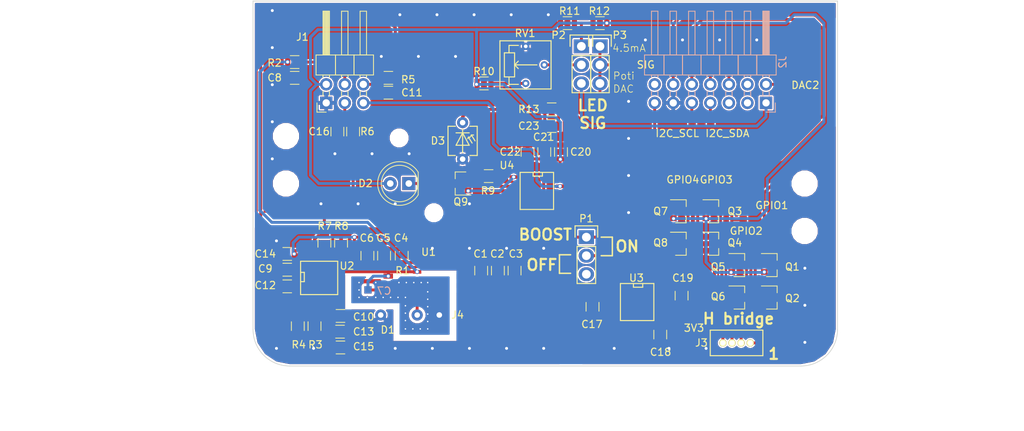
<source format=kicad_pcb>
(kicad_pcb (version 4) (host pcbnew 4.0.6-e0-6349~52~ubuntu17.04.1)
  (layers (0 F.Cu signal) (31 B.Cu signal hide) (34 B.Paste user) (35 F.Paste user) (36 B.SilkS user) (37 F.SilkS user) (38 B.Mask user) (39 F.Mask user) (44 Edge.Cuts user))
  (net 0 "")
  (net 1 /highCurrentPart/-3.3V)
  (net 2 GND)
  (net 3 +3V3)
  (net 4 "Net-(C7-Pad1)")
  (net 5 "Net-(C7-Pad2)")
  (net 6 /interface/ADC1)
  (net 7 /interface/ADC2)
  (net 8 /interface/ADC3)
  (net 9 "Net-(C17-Pad1)")
  (net 10 "Net-(C17-Pad2)")
  (net 11 +5V)
  (net 12 "Net-(C23-Pad1)")
  (net 13 /interface/ADC4)
  (net 14 COIL_4)
  (net 15 COIL_3)
  (net 16 COIL_1)
  (net 17 COIL_2)
  (net 18 "Net-(P2-Pad1)")
  (net 19 "Net-(P2-Pad2)")
  (net 20 Signal)
  (net 21 /interface/GPIO1)
  (net 22 /interface/GPIO3)
  (net 23 /interface/GPIO2)
  (net 24 /interface/GPIO4)
  (net 25 "Net-(Q9-Pad1)")
  (net 26 "Net-(Q9-Pad2)")
  (net 27 "Net-(D2-Pad1)")
  (net 28 "Net-(R3-Pad1)")
  (net 29 "Net-(R4-Pad2)")
  (net 30 "Net-(R6-Pad1)")
  (net 31 "Net-(R7-Pad1)")
  (net 32 "Net-(R10-Pad2)")
  (net 33 GNDA)
  (net 34 /interface/DAC1)
  (net 35 /interface/DAC2)
  (net 36 /interface/I2C_SCL)
  (net 37 /interface/I2C_SDA)
  (net 38 "Net-(P1-Pad2)")
  (module Vias:Stitchging-Via-0.4-0.7 (layer F.Cu) (at 134.62 112.776)
    (fp_text reference REF** hide)
    (fp_text value Stitching-Via-0.4-0.7 hide)
    (pad ~ thru_hole circle (at 0 0) (size 0.7 0.7) (drill 0.4) (layers *.Cu) (net 2 GND))
  )
  (module Vias:Stitchging-Via-0.4-0.7 (layer F.Cu) (at 124.46 112.776)
    (fp_text reference REF** hide)
    (fp_text value Stitching-Via-0.4-0.7 hide)
    (pad ~ thru_hole circle (at 0 0) (size 0.7 0.7) (drill 0.4) (layers *.Cu) (net 2 GND))
  )
  (module Vias:Stitchging-Via-0.4-0.7 (layer F.Cu) (at 119.38 112.776)
    (fp_text reference REF** hide)
    (fp_text value Stitching-Via-0.4-0.7 hide)
    (pad ~ thru_hole circle (at 0 0) (size 0.7 0.7) (drill 0.4) (layers *.Cu) (net 2 GND))
  )
  (module Vias:Stitchging-Via-0.4-0.7 (layer F.Cu) (at 114.3 112.776)
    (fp_text reference REF** hide)
    (fp_text value Stitching-Via-0.4-0.7 hide)
    (pad ~ thru_hole circle (at 0 0) (size 0.7 0.7) (drill 0.4) (layers *.Cu) (net 2 GND))
  )
  (module Vias:Stitchging-Via-0.4-0.7 (layer F.Cu) (at 107.6325 86.2965 90)
    (fp_text reference REF** hide)
    (fp_text value Stitching-Via-0.4-0.7 hide)
    (pad ~ thru_hole circle (at 0 0 90) (size 0.7 0.7) (drill 0.4) (layers *.Cu) (net 2 GND))
  )
  (module Vias:Stitchging-Via-0.4-0.7 (layer F.Cu) (at 107.6325 96.4565 90)
    (fp_text reference REF** hide)
    (fp_text value Stitching-Via-0.4-0.7 hide)
    (pad ~ thru_hole circle (at 0 0 90) (size 0.7 0.7) (drill 0.4) (layers *.Cu) (net 2 GND))
  )
  (module Vias:Stitchging-Via-0.4-0.7 (layer F.Cu) (at 107.6325 91.3765 90)
    (fp_text reference REF** hide)
    (fp_text value Stitching-Via-0.4-0.7 hide)
    (pad ~ thru_hole circle (at 0 0 90) (size 0.7 0.7) (drill 0.4) (layers *.Cu) (net 2 GND))
  )
  (module Vias:Stitchging-Via-0.4-0.7 (layer F.Cu) (at 107.6325 101.5365 90)
    (fp_text reference REF** hide)
    (fp_text value Stitching-Via-0.4-0.7 hide)
    (pad ~ thru_hole circle (at 0 0 90) (size 0.7 0.7) (drill 0.4) (layers *.Cu) (net 2 GND))
  )
  (module Vias:Stitchging-Via-0.4-0.7 (layer F.Cu) (at 107.6325 106.6165 90)
    (fp_text reference REF** hide)
    (fp_text value Stitching-Via-0.4-0.7 hide)
    (pad ~ thru_hole circle (at 0 0 90) (size 0.7 0.7) (drill 0.4) (layers *.Cu) (net 2 GND))
  )
  (module Vias:Stitchging-Via-0.4-0.7 (layer F.Cu) (at 173.9392 90.3224)
    (fp_text reference REF** hide)
    (fp_text value Stitching-Via-0.4-0.7 hide)
    (pad ~ thru_hole circle (at 0 0) (size 0.7 0.7) (drill 0.4) (layers *.Cu) (net 2 GND))
  )
  (module Vias:Stitchging-Via-0.4-0.7 (layer F.Cu) (at 163.7792 90.3224)
    (fp_text reference REF** hide)
    (fp_text value Stitching-Via-0.4-0.7 hide)
    (pad ~ thru_hole circle (at 0 0) (size 0.7 0.7) (drill 0.4) (layers *.Cu) (net 2 GND))
  )
  (module Vias:Stitchging-Via-0.4-0.7 (layer F.Cu) (at 168.8592 90.3224)
    (fp_text reference REF** hide)
    (fp_text value Stitching-Via-0.4-0.7 hide)
    (pad ~ thru_hole circle (at 0 0) (size 0.7 0.7) (drill 0.4) (layers *.Cu) (net 2 GND))
  )
  (module Vias:Stitchging-Via-0.4-0.7 (layer F.Cu) (at 158.6992 90.3224)
    (fp_text reference REF** hide)
    (fp_text value Stitching-Via-0.4-0.7 hide)
    (pad ~ thru_hole circle (at 0 0) (size 0.7 0.7) (drill 0.4) (layers *.Cu) (net 2 GND))
  )
  (module Vias:Stitchging-Via-0.4-0.7 (layer F.Cu) (at 108.204 117.856)
    (fp_text reference REF** hide)
    (fp_text value Stitching-Via-0.4-0.7 hide)
    (pad ~ thru_hole circle (at 0 0) (size 0.7 0.7) (drill 0.4) (layers *.Cu) (net 2 GND))
  )
  (module Vias:Stitchging-Via-0.4-0.7 (layer F.Cu) (at 108.204 132.588)
    (fp_text reference REF** hide)
    (fp_text value Stitching-Via-0.4-0.7 hide)
    (pad ~ thru_hole circle (at 0 0) (size 0.7 0.7) (drill 0.4) (layers *.Cu) (net 2 GND))
  )
  (module Vias:Stitchging-Via-0.4-0.7 (layer F.Cu) (at 113.284 132.588)
    (fp_text reference REF** hide)
    (fp_text value Stitching-Via-0.4-0.7 hide)
    (pad ~ thru_hole circle (at 0 0) (size 0.7 0.7) (drill 0.4) (layers *.Cu) (net 2 GND))
  )
  (module Vias:Stitchging-Via-0.4-0.7 (layer F.Cu) (at 154.432 132.588)
    (fp_text reference REF** hide)
    (fp_text value Stitching-Via-0.4-0.7 hide)
    (pad ~ thru_hole circle (at 0 0) (size 0.7 0.7) (drill 0.4) (layers *.Cu) (net 2 GND))
  )
  (module Vias:Stitchging-Via-0.4-0.7 (layer F.Cu) (at 161.925 132.588)
    (fp_text reference REF** hide)
    (fp_text value Stitching-Via-0.4-0.7 hide)
    (pad ~ thru_hole circle (at 0 0) (size 0.7 0.7) (drill 0.4) (layers *.Cu) (net 2 GND))
  )
  (module Vias:Stitchging-Via-0.4-0.7 (layer F.Cu) (at 167.005 132.588)
    (fp_text reference REF** hide)
    (fp_text value Stitching-Via-0.4-0.7 hide)
    (pad ~ thru_hole circle (at 0 0) (size 0.7 0.7) (drill 0.4) (layers *.Cu) (net 2 GND))
  )
  (module Vias:Stitchging-Via-0.4-0.7 (layer F.Cu) (at 126.365 105.918)
    (fp_text reference REF** hide)
    (fp_text value Stitching-Via-0.4-0.7 hide)
    (pad ~ thru_hole circle (at 0 0) (size 0.7 0.7) (drill 0.4) (layers *.Cu) (net 2 GND))
  )
  (module Vias:Stitchging-Via-0.4-0.7 (layer F.Cu) (at 116.205 105.918)
    (fp_text reference REF** hide)
    (fp_text value Stitching-Via-0.4-0.7 hide)
    (pad ~ thru_hole circle (at 0 0) (size 0.7 0.7) (drill 0.4) (layers *.Cu) (net 2 GND))
  )
  (module Vias:Stitchging-Via-0.4-0.7 (layer F.Cu) (at 121.285 105.918)
    (fp_text reference REF** hide)
    (fp_text value Stitching-Via-0.4-0.7 hide)
    (pad ~ thru_hole circle (at 0 0) (size 0.7 0.7) (drill 0.4) (layers *.Cu) (net 2 GND))
  )
  (module Vias:Stitchging-Via-0.4-0.7 (layer F.Cu) (at 132.715 92.583)
    (fp_text reference REF** hide)
    (fp_text value Stitching-Via-0.4-0.7 hide)
    (pad ~ thru_hole circle (at 0 0) (size 0.7 0.7) (drill 0.4) (layers *.Cu) (net 2 GND))
  )
  (module Vias:Stitchging-Via-0.4-0.7 (layer F.Cu) (at 122.555 92.583)
    (fp_text reference REF** hide)
    (fp_text value Stitching-Via-0.4-0.7 hide)
    (pad ~ thru_hole circle (at 0 0) (size 0.7 0.7) (drill 0.4) (layers *.Cu) (net 2 GND))
  )
  (module Vias:Stitchging-Via-0.4-0.7 (layer F.Cu) (at 127.635 92.583)
    (fp_text reference REF** hide)
    (fp_text value Stitching-Via-0.4-0.7 hide)
    (pad ~ thru_hole circle (at 0 0) (size 0.7 0.7) (drill 0.4) (layers *.Cu) (net 2 GND))
  )
  (module Vias:Stitchging-Via-0.4-0.7 (layer F.Cu) (at 145.415 86.868)
    (fp_text reference REF** hide)
    (fp_text value Stitching-Via-0.4-0.7 hide)
    (pad ~ thru_hole circle (at 0 0) (size 0.7 0.7) (drill 0.4) (layers *.Cu) (net 2 GND))
  )
  (module Vias:Stitchging-Via-0.4-0.7 (layer F.Cu) (at 135.255 86.868)
    (fp_text reference REF** hide)
    (fp_text value Stitching-Via-0.4-0.7 hide)
    (pad ~ thru_hole circle (at 0 0) (size 0.7 0.7) (drill 0.4) (layers *.Cu) (net 2 GND))
  )
  (module Vias:Stitchging-Via-0.4-0.7 (layer F.Cu) (at 140.335 86.868)
    (fp_text reference REF** hide)
    (fp_text value Stitching-Via-0.4-0.7 hide)
    (pad ~ thru_hole circle (at 0 0) (size 0.7 0.7) (drill 0.4) (layers *.Cu) (net 2 GND))
  )
  (module Vias:Stitchging-Via-0.4-0.7 (layer F.Cu) (at 130.175 86.868)
    (fp_text reference REF** hide)
    (fp_text value Stitching-Via-0.4-0.7 hide)
    (pad ~ thru_hole circle (at 0 0) (size 0.7 0.7) (drill 0.4) (layers *.Cu) (net 2 GND))
  )
  (module Vias:Stitchging-Via-0.4-0.7 (layer F.Cu) (at 125.095 86.868)
    (fp_text reference REF** hide)
    (fp_text value Stitching-Via-0.4-0.7 hide)
    (pad ~ thru_hole circle (at 0 0) (size 0.7 0.7) (drill 0.4) (layers *.Cu) (net 2 GND))
  )
  (module Vias:Stitchging-Via-0.4-0.7 (layer F.Cu) (at 180.5305 121.6025 90)
    (fp_text reference REF** hide)
    (fp_text value Stitching-Via-0.4-0.7 hide)
    (pad ~ thru_hole circle (at 0 0 90) (size 0.7 0.7) (drill 0.4) (layers *.Cu) (net 2 GND))
  )
  (module Vias:Stitchging-Via-0.4-0.7 (layer F.Cu) (at 180.5305 131.7625 90)
    (fp_text reference REF** hide)
    (fp_text value Stitching-Via-0.4-0.7 hide)
    (pad ~ thru_hole circle (at 0 0 90) (size 0.7 0.7) (drill 0.4) (layers *.Cu) (net 2 GND))
  )
  (module Vias:Stitchging-Via-0.4-0.7 (layer F.Cu) (at 180.5305 126.6825 90)
    (fp_text reference REF** hide)
    (fp_text value Stitching-Via-0.4-0.7 hide)
    (pad ~ thru_hole circle (at 0 0 90) (size 0.7 0.7) (drill 0.4) (layers *.Cu) (net 2 GND))
  )
  (module Vias:Stitchging-Via-0.4-0.7 (layer F.Cu) (at 156.4005 98.7425 90)
    (fp_text reference REF** hide)
    (fp_text value Stitching-Via-0.4-0.7 hide)
    (pad ~ thru_hole circle (at 0 0 90) (size 0.7 0.7) (drill 0.4) (layers *.Cu) (net 2 GND))
  )
  (module Vias:Stitchging-Via-0.4-0.7 (layer F.Cu) (at 156.4005 108.9025 90)
    (fp_text reference REF** hide)
    (fp_text value Stitching-Via-0.4-0.7 hide)
    (pad ~ thru_hole circle (at 0 0 90) (size 0.7 0.7) (drill 0.4) (layers *.Cu) (net 2 GND))
  )
  (module Vias:Stitchging-Via-0.4-0.7 (layer F.Cu) (at 156.4005 103.8225 90)
    (fp_text reference REF** hide)
    (fp_text value Stitching-Via-0.4-0.7 hide)
    (pad ~ thru_hole circle (at 0 0 90) (size 0.7 0.7) (drill 0.4) (layers *.Cu) (net 2 GND))
  )
  (module Vias:Stitchging-Via-0.4-0.7 (layer F.Cu) (at 156.4005 113.9825 90)
    (fp_text reference REF** hide)
    (fp_text value Stitching-Via-0.4-0.7 hide)
    (pad ~ thru_hole circle (at 0 0 90) (size 0.7 0.7) (drill 0.4) (layers *.Cu) (net 2 GND))
  )
  (module Vias:Stitchging-Via-0.4-0.7 (layer F.Cu) (at 129.54 118.872)
    (fp_text reference REF** hide)
    (fp_text value Stitching-Via-0.4-0.7 hide)
    (pad ~ thru_hole circle (at 0 0) (size 0.7 0.7) (drill 0.4) (layers *.Cu) (net 2 GND))
  )
  (module Vias:Stitchging-Via-0.4-0.7 (layer F.Cu) (at 144.78 118.872)
    (fp_text reference REF** hide)
    (fp_text value Stitching-Via-0.4-0.7 hide)
    (pad ~ thru_hole circle (at 0 0) (size 0.7 0.7) (drill 0.4) (layers *.Cu) (net 2 GND))
  )
  (module Vias:Stitchging-Via-0.4-0.7 (layer F.Cu) (at 134.62 118.872)
    (fp_text reference REF** hide)
    (fp_text value Stitching-Via-0.4-0.7 hide)
    (pad ~ thru_hole circle (at 0 0) (size 0.7 0.7) (drill 0.4) (layers *.Cu) (net 2 GND))
  )
  (module Vias:Stitchging-Via-0.4-0.7 (layer F.Cu) (at 139.7 118.872)
    (fp_text reference REF** hide)
    (fp_text value Stitching-Via-0.4-0.7 hide)
    (pad ~ thru_hole circle (at 0 0) (size 0.7 0.7) (drill 0.4) (layers *.Cu) (net 2 GND))
  )
  (module Vias:Stitchging-Via-0.4-0.7 (layer F.Cu) (at 124.46 132.588)
    (fp_text reference REF** hide)
    (fp_text value Stitching-Via-0.4-0.7 hide)
    (pad ~ thru_hole circle (at 0 0) (size 0.7 0.7) (drill 0.4) (layers *.Cu) (net 2 GND))
  )
  (module Vias:Stitchging-Via-0.4-0.7 (layer F.Cu) (at 129.54 132.588)
    (fp_text reference REF** hide)
    (fp_text value Stitching-Via-0.4-0.7 hide)
    (pad ~ thru_hole circle (at 0 0) (size 0.7 0.7) (drill 0.4) (layers *.Cu) (net 2 GND))
  )
  (module Vias:Stitchging-Via-0.4-0.7 (layer F.Cu) (at 139.7 132.588)
    (fp_text reference REF** hide)
    (fp_text value Stitching-Via-0.4-0.7 hide)
    (pad ~ thru_hole circle (at 0 0) (size 0.7 0.7) (drill 0.4) (layers *.Cu) (net 2 GND))
  )
  (module Vias:Stitchging-Via-0.4-0.7 (layer F.Cu) (at 134.62 132.588)
    (fp_text reference REF** hide)
    (fp_text value Stitching-Via-0.4-0.7 hide)
    (pad ~ thru_hole circle (at 0 0) (size 0.7 0.7) (drill 0.4) (layers *.Cu) (net 2 GND))
  )
  (module Mounting_Holes:MountingHole_3.2mm_M3_DIN965 (layer F.Cu) (at 109.5 103.5)
    (fp_text reference REF** hide)
    (fp_text value MountingHole_3.2mm_M3_DIN965)
    (pad 1 np_thru_hole circle (at 0 0) (size 3.2 3.2) (drill 3.2) (layers *.Cu *.Mask))
  )
  (module Mounting_Holes:MountingHole_3.2mm_M3_DIN965 (layer F.Cu) (at 180.5 116.5)
    (fp_text reference REF** hide)
    (fp_text value MountingHole_3.2mm_M3_DIN965)
    (pad 1 np_thru_hole circle (at 0 0) (size 3.2 3.2) (drill 3.2) (layers *.Cu *.Mask))
  )
  (module Vias:Stitchging-Via-0.2-0.4 (layer F.Cu) (at 128.905 129.921)
    (fp_text reference REF** hide)
    (fp_text value Stitching-Via-0.2-0.4 hide)
    (pad ~ thru_hole circle (at 0 0) (size 0.4 0.4) (drill 0.2) (layers *.Cu) (net 33 GNDA))
  )
  (module Mounting_Holes:MountingHole_3.2mm_M3_DIN965 (layer F.Cu) (at 109.5 110)
    (fp_text reference REF** hide)
    (fp_text value MountingHole_3.2mm_M3_DIN965)
    (pad 1 np_thru_hole circle (at 0 0) (size 3.2 3.2) (drill 3.2) (layers *.Cu *.Mask))
  )
  (module Resistors_SMD:R_0805 (layer F.Cu) (at 142.574 105.678 90)
    (fp_text reference C22 (at 0.014 -2.366 180) (layer F.SilkS))
    (fp_text value 10n)
    (pad 1 smd rect (at -0.95 0 90) (size 0.7 1.3) (layers F.Cu F.Paste F.Mask) (net 11 +5V))
    (pad 2 smd rect (at 0.95 0 90) (size 0.7 1.3) (layers F.Cu F.Paste F.Mask) (net 2 GND))
  )
  (module Vias:Stitchging-Via-0.2-0.4 (layer F.Cu) (at 121.793 123.571)
    (fp_text reference REF** hide)
    (fp_text value Stitching-Via-0.2-0.4 hide)
    (pad ~ thru_hole circle (at 0 0) (size 0.4 0.4) (drill 0.2) (layers *.Cu) (net 33 GNDA))
  )
  (module Vias:Stitchging-Via-0.2-0.4 (layer F.Cu) (at 124.968 123.571)
    (fp_text reference REF** hide)
    (fp_text value Stitching-Via-0.2-0.4 hide)
    (pad ~ thru_hole circle (at 0 0) (size 0.4 0.4) (drill 0.2) (layers *.Cu) (net 33 GNDA))
  )
  (module Vias:Stitchging-Via-0.2-0.4 (layer F.Cu) (at 125.984 123.571)
    (fp_text reference REF** hide)
    (fp_text value Stitching-Via-0.2-0.4 hide)
    (pad ~ thru_hole circle (at 0 0) (size 0.4 0.4) (drill 0.2) (layers *.Cu) (net 33 GNDA))
  )
  (module Vias:Stitchging-Via-0.2-0.4 (layer F.Cu) (at 127 123.571)
    (fp_text reference REF** hide)
    (fp_text value Stitching-Via-0.2-0.4 hide)
    (pad ~ thru_hole circle (at 0 0) (size 0.4 0.4) (drill 0.2) (layers *.Cu) (net 33 GNDA))
  )
  (module Vias:Stitchging-Via-0.2-0.4 (layer F.Cu) (at 128.016 123.571)
    (fp_text reference REF** hide)
    (fp_text value Stitching-Via-0.2-0.4 hide)
    (pad ~ thru_hole circle (at 0 0) (size 0.4 0.4) (drill 0.2) (layers *.Cu) (net 33 GNDA))
  )
  (module Vias:Stitchging-Via-0.2-0.4 (layer F.Cu) (at 128.905 123.571)
    (fp_text reference REF** hide)
    (fp_text value Stitching-Via-0.2-0.4 hide)
    (pad ~ thru_hole circle (at 0 0) (size 0.4 0.4) (drill 0.2) (layers *.Cu) (net 33 GNDA))
  )
  (module Vias:Stitchging-Via-0.2-0.4 (layer F.Cu) (at 128.905 124.841)
    (fp_text reference REF** hide)
    (fp_text value Stitching-Via-0.2-0.4 hide)
    (pad ~ thru_hole circle (at 0 0) (size 0.4 0.4) (drill 0.2) (layers *.Cu) (net 33 GNDA))
  )
  (module Vias:Stitchging-Via-0.2-0.4 (layer F.Cu) (at 128.905 125.857)
    (fp_text reference REF** hide)
    (fp_text value Stitching-Via-0.2-0.4 hide)
    (pad ~ thru_hole circle (at 0 0) (size 0.4 0.4) (drill 0.2) (layers *.Cu) (net 33 GNDA))
  )
  (module Vias:Stitchging-Via-0.2-0.4 (layer F.Cu) (at 128.905 126.873)
    (fp_text reference REF** hide)
    (fp_text value Stitching-Via-0.2-0.4 hide)
    (pad ~ thru_hole circle (at 0 0) (size 0.4 0.4) (drill 0.2) (layers *.Cu) (net 33 GNDA))
  )
  (module Vias:Stitchging-Via-0.2-0.4 (layer F.Cu) (at 128.905 127.889)
    (fp_text reference REF** hide)
    (fp_text value Stitching-Via-0.2-0.4 hide)
    (pad ~ thru_hole circle (at 0 0) (size 0.4 0.4) (drill 0.2) (layers *.Cu) (net 33 GNDA))
  )
  (module Vias:Stitchging-Via-0.2-0.4 (layer F.Cu) (at 128.905 128.905)
    (fp_text reference REF** hide)
    (fp_text value Stitching-Via-0.2-0.4 hide)
    (pad ~ thru_hole circle (at 0 0) (size 0.4 0.4) (drill 0.2) (layers *.Cu) (net 33 GNDA))
  )
  (module Vias:Stitchging-Via-0.2-0.4 (layer F.Cu) (at 119.507 123.571)
    (fp_text reference REF** hide)
    (fp_text value Stitching-Via-0.2-0.4 hide)
    (pad ~ thru_hole circle (at 0 0) (size 0.4 0.4) (drill 0.2) (layers *.Cu) (net 33 GNDA))
  )
  (module Vias:Stitchging-Via-0.2-0.4 (layer F.Cu) (at 119.507 124.587)
    (fp_text reference REF** hide)
    (fp_text value Stitching-Via-0.2-0.4 hide)
    (pad ~ thru_hole circle (at 0 0) (size 0.4 0.4) (drill 0.2) (layers *.Cu) (net 33 GNDA))
  )
  (module Vias:Stitchging-Via-0.2-0.4 (layer F.Cu) (at 119.507 125.603)
    (fp_text reference REF** hide)
    (fp_text value Stitching-Via-0.2-0.4 hide)
    (pad ~ thru_hole circle (at 0 0) (size 0.4 0.4) (drill 0.2) (layers *.Cu) (net 33 GNDA))
  )
  (module Vias:Stitchging-Via-0.2-0.4 (layer F.Cu) (at 120.65 125.603)
    (fp_text reference REF** hide)
    (fp_text value Stitching-Via-0.2-0.4 hide)
    (pad ~ thru_hole circle (at 0 0) (size 0.4 0.4) (drill 0.2) (layers *.Cu) (net 33 GNDA))
  )
  (module Vias:Stitchging-Via-0.2-0.4 (layer F.Cu) (at 121.793 125.603)
    (fp_text reference REF** hide)
    (fp_text value Stitching-Via-0.2-0.4 hide)
    (pad ~ thru_hole circle (at 0 0) (size 0.4 0.4) (drill 0.2) (layers *.Cu) (net 33 GNDA))
  )
  (module Vias:Stitchging-Via-0.2-0.4 (layer F.Cu) (at 122.809 125.603)
    (fp_text reference REF** hide)
    (fp_text value Stitching-Via-0.2-0.4 hide)
    (pad ~ thru_hole circle (at 0 0) (size 0.4 0.4) (drill 0.2) (layers *.Cu) (net 33 GNDA))
  )
  (module Vias:Stitchging-Via-0.2-0.4 (layer F.Cu) (at 123.825 125.603)
    (fp_text reference REF** hide)
    (fp_text value Stitching-Via-0.2-0.4 hide)
    (pad ~ thru_hole circle (at 0 0) (size 0.4 0.4) (drill 0.2) (layers *.Cu) (net 33 GNDA))
  )
  (module Vias:Stitchging-Via-0.2-0.4 (layer F.Cu) (at 124.841 125.603)
    (fp_text reference REF** hide)
    (fp_text value Stitching-Via-0.2-0.4 hide)
    (pad ~ thru_hole circle (at 0 0) (size 0.4 0.4) (drill 0.2) (layers *.Cu) (net 33 GNDA))
  )
  (module Vias:Stitchging-Via-0.2-0.4 (layer F.Cu) (at 125.857 125.603)
    (fp_text reference REF** hide)
    (fp_text value Stitching-Via-0.2-0.4 hide)
    (pad ~ thru_hole circle (at 0 0) (size 0.4 0.4) (drill 0.2) (layers *.Cu) (net 33 GNDA))
  )
  (module Vias:Stitchging-Via-0.2-0.4 (layer F.Cu) (at 125.857 126.746)
    (fp_text reference REF** hide)
    (fp_text value Stitching-Via-0.2-0.4 hide)
    (pad ~ thru_hole circle (at 0 0) (size 0.4 0.4) (drill 0.2) (layers *.Cu) (net 33 GNDA))
  )
  (module Vias:Stitchging-Via-0.2-0.4 (layer F.Cu) (at 127.889 129.921)
    (fp_text reference REF** hide)
    (fp_text value Stitching-Via-0.2-0.4 hide)
    (pad ~ thru_hole circle (at 0 0) (size 0.4 0.4) (drill 0.2) (layers *.Cu) (net 33 GNDA))
  )
  (module Vias:Stitchging-Via-0.2-0.4 (layer F.Cu) (at 126.873 129.921)
    (fp_text reference REF** hide)
    (fp_text value Stitching-Via-0.2-0.4 hide)
    (pad ~ thru_hole circle (at 0 0) (size 0.4 0.4) (drill 0.2) (layers *.Cu) (net 33 GNDA))
  )
  (module Vias:Stitchging-Via-0.2-0.4 (layer F.Cu) (at 125.857 129.921)
    (fp_text reference REF** hide)
    (fp_text value Stitching-Via-0.2-0.4 hide)
    (pad ~ thru_hole circle (at 0 0) (size 0.4 0.4) (drill 0.2) (layers *.Cu) (net 33 GNDA))
  )
  (module Vias:Stitchging-Via-0.2-0.4 (layer F.Cu) (at 125.857 128.778)
    (fp_text reference REF** hide)
    (fp_text value Stitching-Via-0.2-0.4 hide)
    (pad ~ thru_hole circle (at 0 0) (size 0.4 0.4) (drill 0.2) (layers *.Cu) (net 33 GNDA))
  )
  (module Vias:Stitchging-Via-0.2-0.4 (layer F.Cu) (at 125.857 127.762)
    (fp_text reference REF** hide)
    (fp_text value Stitching-Via-0.2-0.4 hide)
    (pad ~ thru_hole circle (at 0 0) (size 0.4 0.4) (drill 0.2) (layers *.Cu) (net 33 GNDA))
  )
  (module Resistors_SMD:R_0805 (layer F.Cu) (at 136.224 121.934 270)
    (fp_text reference C1 (at -2.3 0.08 360) (layer F.SilkS))
    (fp_text value 10n)
    (pad 1 smd rect (at -0.95 0 270) (size 0.7 1.3) (layers F.Cu F.Paste F.Mask) (net 1 /highCurrentPart/-3.3V))
    (pad 2 smd rect (at 0.95 0 270) (size 0.7 1.3) (layers F.Cu F.Paste F.Mask) (net 2 GND))
  )
  (module Resistors_SMD:R_0805 (layer F.Cu) (at 138.51 121.934 270)
    (fp_text reference C2 (at -2.3 0.08 360) (layer F.SilkS))
    (fp_text value 100n)
    (pad 1 smd rect (at -0.95 0 270) (size 0.7 1.3) (layers F.Cu F.Paste F.Mask) (net 1 /highCurrentPart/-3.3V))
    (pad 2 smd rect (at 0.95 0 270) (size 0.7 1.3) (layers F.Cu F.Paste F.Mask) (net 2 GND))
  )
  (module Resistors_SMD:R_0805 (layer F.Cu) (at 140.796 121.934 270)
    (fp_text reference C3 (at -2.3 -0.174 360) (layer F.SilkS))
    (fp_text value 1u)
    (pad 1 smd rect (at -0.95 0 270) (size 0.7 1.3) (layers F.Cu F.Paste F.Mask) (net 1 /highCurrentPart/-3.3V))
    (pad 2 smd rect (at 0.95 0 270) (size 0.7 1.3) (layers F.Cu F.Paste F.Mask) (net 2 GND))
  )
  (module Resistors_SMD:R_0805 (layer F.Cu) (at 125.349 119.888 90)
    (fp_text reference C4 (at 2.427 -0.08 180) (layer F.SilkS))
    (fp_text value 1u)
    (pad 1 smd rect (at -0.95 0 90) (size 0.7 1.3) (layers F.Cu F.Paste F.Mask) (net 3 +3V3))
    (pad 2 smd rect (at 0.95 0 90) (size 0.7 1.3) (layers F.Cu F.Paste F.Mask) (net 2 GND))
  )
  (module Resistors_SMD:R_0805 (layer F.Cu) (at 122.936 119.888 90)
    (fp_text reference C5 (at 2.427 -0.08 180) (layer F.SilkS))
    (fp_text value 100n)
    (pad 1 smd rect (at -0.95 0 90) (size 0.7 1.3) (layers F.Cu F.Paste F.Mask) (net 3 +3V3))
    (pad 2 smd rect (at 0.95 0 90) (size 0.7 1.3) (layers F.Cu F.Paste F.Mask) (net 2 GND))
  )
  (module Resistors_SMD:R_0805 (layer F.Cu) (at 120.65 119.888 90)
    (fp_text reference C6 (at 2.427 -0.08 180) (layer F.SilkS))
    (fp_text value 10n)
    (pad 1 smd rect (at -0.95 0 90) (size 0.7 1.3) (layers F.Cu F.Paste F.Mask) (net 3 +3V3))
    (pad 2 smd rect (at 0.95 0 90) (size 0.7 1.3) (layers F.Cu F.Paste F.Mask) (net 2 GND))
  )
  (module "Embedded Caps:EMBEDDED_CAP_1mm" (layer B.Cu) (at 120.73 124.5695)
    (fp_text reference C7 (at 2.206 0.1445) (layer B.SilkS) (effects (justify mirror)))
    (fp_text value 26f)
    (pad 1 smd rect (at 0 0) (size 1 1) (layers B.Cu B.Paste B.Mask) (net 4 "Net-(C7-Pad1)"))
    (pad 2 smd rect (at 0 0) (size 1 1) (layers F.Cu B.Paste B.Mask) (net 5 "Net-(C7-Pad2)"))
  )
  (module Resistors_SMD:R_0805 (layer F.Cu) (at 110.697 95.518)
    (fp_text reference C8 (at -2.747 -0.014) (layer F.SilkS))
    (fp_text value 100n)
    (pad 1 smd rect (at -0.95 0) (size 0.7 1.3) (layers F.Cu F.Paste F.Mask) (net 2 GND))
    (pad 2 smd rect (at 0.95 0) (size 0.7 1.3) (layers F.Cu F.Paste F.Mask) (net 6 /interface/ADC1))
  )
  (module Resistors_SMD:R_0805 (layer F.Cu) (at 109.681 121.807 180)
    (fp_text reference C9 (at 3.001 0.141 180) (layer F.SilkS))
    (fp_text value 10n)
    (pad 1 smd rect (at -0.95 0 180) (size 0.7 1.3) (layers F.Cu F.Paste F.Mask) (net 3 +3V3))
    (pad 2 smd rect (at 0.95 0 180) (size 0.7 1.3) (layers F.Cu F.Paste F.Mask) (net 2 GND))
  )
  (module Resistors_SMD:R_0805 (layer F.Cu) (at 116.967 128.143)
    (fp_text reference C10 (at 3.175 0.127) (layer F.SilkS))
    (fp_text value 10n)
    (pad 1 smd rect (at -0.95 0) (size 0.7 1.3) (layers F.Cu F.Paste F.Mask) (net 1 /highCurrentPart/-3.3V))
    (pad 2 smd rect (at 0.95 0) (size 0.7 1.3) (layers F.Cu F.Paste F.Mask) (net 2 GND))
  )
  (module Resistors_SMD:R_0805 (layer F.Cu) (at 123.524 97.55 180)
    (fp_text reference C11 (at -3.222 0.014 180) (layer F.SilkS))
    (fp_text value 100n)
    (pad 1 smd rect (at -0.95 0 180) (size 0.7 1.3) (layers F.Cu F.Paste F.Mask) (net 2 GND))
    (pad 2 smd rect (at 0.95 0 180) (size 0.7 1.3) (layers F.Cu F.Paste F.Mask) (net 7 /interface/ADC2))
  )
  (module Resistors_SMD:R_0805 (layer F.Cu) (at 109.681 124.093 180)
    (fp_text reference C12 (at 3.001 0.141 180) (layer F.SilkS))
    (fp_text value 100n)
    (pad 1 smd rect (at -0.95 0 180) (size 0.7 1.3) (layers F.Cu F.Paste F.Mask) (net 3 +3V3))
    (pad 2 smd rect (at 0.95 0 180) (size 0.7 1.3) (layers F.Cu F.Paste F.Mask) (net 2 GND))
  )
  (module Resistors_SMD:R_0805 (layer F.Cu) (at 116.9035 130.302)
    (fp_text reference C13 (at 3.2385 0) (layer F.SilkS))
    (fp_text value 100n)
    (pad 1 smd rect (at -0.95 0) (size 0.7 1.3) (layers F.Cu F.Paste F.Mask) (net 1 /highCurrentPart/-3.3V))
    (pad 2 smd rect (at 0.95 0) (size 0.7 1.3) (layers F.Cu F.Paste F.Mask) (net 2 GND))
  )
  (module Resistors_SMD:R_0805 (layer F.Cu) (at 109.681 119.648 180)
    (fp_text reference C14 (at 3.001 0.014 180) (layer F.SilkS))
    (fp_text value 1u)
    (pad 1 smd rect (at -0.95 0 180) (size 0.7 1.3) (layers F.Cu F.Paste F.Mask) (net 3 +3V3))
    (pad 2 smd rect (at 0.95 0 180) (size 0.7 1.3) (layers F.Cu F.Paste F.Mask) (net 2 GND))
  )
  (module Resistors_SMD:R_0805 (layer F.Cu) (at 116.967 132.461)
    (fp_text reference C15 (at 3.175 -0.127) (layer F.SilkS))
    (fp_text value 1u)
    (pad 1 smd rect (at -0.95 0) (size 0.7 1.3) (layers F.Cu F.Paste F.Mask) (net 1 /highCurrentPart/-3.3V))
    (pad 2 smd rect (at 0.95 0) (size 0.7 1.3) (layers F.Cu F.Paste F.Mask) (net 2 GND))
  )
  (module Resistors_SMD:R_0805 (layer F.Cu) (at 116.539 102.884 90)
    (fp_text reference C16 (at 0.014 -2.493 180) (layer F.SilkS))
    (fp_text value 100n)
    (pad 1 smd rect (at -0.95 0 90) (size 0.7 1.3) (layers F.Cu F.Paste F.Mask) (net 2 GND))
    (pad 2 smd rect (at 0.95 0 90) (size 0.7 1.3) (layers F.Cu F.Paste F.Mask) (net 8 /interface/ADC3))
  )
  (module Resistors_SMD:R_0805 (layer F.Cu) (at 151.464 126.887 270)
    (fp_text reference C17 (at 2.399 0.08 360) (layer F.SilkS))
    (fp_text value 10u)
    (pad 1 smd rect (at -0.95 0 270) (size 0.7 1.3) (layers F.Cu F.Paste F.Mask) (net 9 "Net-(C17-Pad1)"))
    (pad 2 smd rect (at 0.95 0 270) (size 0.7 1.3) (layers F.Cu F.Paste F.Mask) (net 10 "Net-(C17-Pad2)"))
  )
  (module Resistors_SMD:R_0805 (layer F.Cu) (at 160.735 130.697 270)
    (fp_text reference C18 (at 2.399 -0.047 360) (layer F.SilkS))
    (fp_text value 10u)
    (pad 1 smd rect (at -0.95 0 270) (size 0.7 1.3) (layers F.Cu F.Paste F.Mask) (net 1 /highCurrentPart/-3.3V))
    (pad 2 smd rect (at 0.95 0 270) (size 0.7 1.3) (layers F.Cu F.Paste F.Mask) (net 2 GND))
  )
  (module Resistors_SMD:R_0805 (layer F.Cu) (at 163.656 125.363 270)
    (fp_text reference C19 (at -2.427 -0.174 360) (layer F.SilkS))
    (fp_text value 1u)
    (pad 1 smd rect (at -0.95 0 270) (size 0.7 1.3) (layers F.Cu F.Paste F.Mask) (net 3 +3V3))
    (pad 2 smd rect (at 0.95 0 270) (size 0.7 1.3) (layers F.Cu F.Paste F.Mask) (net 2 GND))
  )
  (module Resistors_SMD:R_0805 (layer F.Cu) (at 147.146 105.678 90)
    (fp_text reference C20 (at 0.014 2.714 180) (layer F.SilkS))
    (fp_text value 1u)
    (pad 1 smd rect (at -0.95 0 90) (size 0.7 1.3) (layers F.Cu F.Paste F.Mask) (net 11 +5V))
    (pad 2 smd rect (at 0.95 0 90) (size 0.7 1.3) (layers F.Cu F.Paste F.Mask) (net 2 GND))
  )
  (module Resistors_SMD:R_0805 (layer F.Cu) (at 144.86 105.678 90)
    (fp_text reference C21 (at 2.046 -0.08 180) (layer F.SilkS))
    (fp_text value 100n)
    (pad 1 smd rect (at -0.95 0 90) (size 0.7 1.3) (layers F.Cu F.Paste F.Mask) (net 11 +5V))
    (pad 2 smd rect (at 0.95 0 90) (size 0.7 1.3) (layers F.Cu F.Paste F.Mask) (net 2 GND))
  )
  (module Resistors_SMD:R_0805 (layer F.Cu) (at 145.876 102.122)
    (fp_text reference C23 (at -3.128 -0.014) (layer F.SilkS))
    (fp_text value 100n)
    (pad 1 smd rect (at -0.95 0) (size 0.7 1.3) (layers F.Cu F.Paste F.Mask) (net 12 "Net-(C23-Pad1)"))
    (pad 2 smd rect (at 0.95 0) (size 0.7 1.3) (layers F.Cu F.Paste F.Mask) (net 13 /interface/ADC4))
  )
  (module LEDs:LED_D5.0mm (layer F.Cu) (at 126.318 109.996 180)
    (fp_text reference D2 (at 5.922 0.014 180) (layer F.SilkS))
    (fp_text value LED)
    (pad 1 thru_hole rect (at 0 0 180) (size 1.8 1.8) (drill 0.9) (layers *.Cu *.Mask) (net 27 "Net-(D2-Pad1)"))
    (pad 2 thru_hole circle (at 2.54 0 180) (size 1.8 1.8) (drill 0.9) (layers *.Cu *.Mask) (net 11 +5V))
  )
  (module Photodiodes:BPW34FA (layer F.Cu) (at 133.684 104.154 270)
    (fp_text reference D3 (at -0.014 3.382 360) (layer F.SilkS))
    (fp_text value BPW34)
    (pad 1 thru_hole circle (at -2.5 0 270) (size 1.524 1.524) (drill 0.762) (layers *.Cu *.Mask) (net 12 "Net-(C23-Pad1)"))
    (pad 2 thru_hole circle (at 2.5 0 270) (size 1.524 1.524) (drill 0.762) (layers *.Cu *.Mask) (net 2 GND))
  )
  (module "China Connectors:LED_CONN_1.25_PITCH" (layer F.Cu) (at 173.054 131.84 270)
    (fp_text reference J3 (at -0.014 6.684 540) (layer F.SilkS))
    (fp_text value CONN_01X04)
    (pad 4 thru_hole circle (at 0 3.75 270) (size 1 1) (drill 0.7) (layers *.Cu *.Mask F.SilkS) (net 14 COIL_4))
    (pad 3 thru_hole circle (at 0 2.5 270) (size 1 1) (drill 0.7) (layers *.Cu *.Mask F.SilkS) (net 15 COIL_3))
    (pad 1 thru_hole circle (at 0 0 270) (size 1 1) (drill 0.7) (layers *.Cu *.Mask F.SilkS) (net 16 COIL_1))
    (pad 2 thru_hole circle (at 0 1.25 270) (size 1 1) (drill 0.7) (layers *.Cu *.Mask F.SilkS) (net 17 COIL_2))
  )
  (module "Samtec Connectors:Samtec-PHT-1-3-01-L-S" (layer F.Cu) (at 150.622 117.348)
    (fp_text reference P1 (at 0 -2.54) (layer F.SilkS))
    (fp_text value CONN_01X03)
    (pad 1 thru_hole rect (at 0 0) (size 2.1 1.9) (drill 1.2) (layers *.Cu *.Mask) (net 3 +3V3))
    (pad 2 thru_hole oval (at 0 2.54) (size 2.1 1.9) (drill 1.2) (layers *.Cu *.Mask) (net 38 "Net-(P1-Pad2)"))
    (pad 3 thru_hole oval (at 0 5.08) (size 2.1 1.9) (drill 1.2) (layers *.Cu *.Mask))
  )
  (module "Samtec Connectors:Samtec-PHT-1-3-01-L-S" (layer F.Cu) (at 149.94 91.2)
    (fp_text reference P2 (at -3.128 -1.538) (layer F.SilkS))
    (fp_text value CONN_01X03)
    (pad 1 thru_hole rect (at 0 0) (size 2.1 1.9) (drill 1.2) (layers *.Cu *.Mask) (net 18 "Net-(P2-Pad1)"))
    (pad 2 thru_hole oval (at 0 2.54) (size 2.1 1.9) (drill 1.2) (layers *.Cu *.Mask) (net 19 "Net-(P2-Pad2)"))
    (pad 3 thru_hole oval (at 0 5.08) (size 2.1 1.9) (drill 1.2) (layers *.Cu *.Mask) (net 34 /interface/DAC1))
  )
  (module "Samtec Connectors:Samtec-PHT-1-3-01-L-S" (layer F.Cu) (at 152.48 91.2)
    (fp_text reference P3 (at 2.714 -1.538) (layer F.SilkS))
    (fp_text value CONN_01X03)
    (pad 1 thru_hole rect (at 0 0) (size 2.1 1.9) (drill 1.2) (layers *.Cu *.Mask) (net 20 Signal))
    (pad 2 thru_hole oval (at 0 2.54) (size 2.1 1.9) (drill 1.2) (layers *.Cu *.Mask) (net 20 Signal))
    (pad 3 thru_hole oval (at 0 5.08) (size 2.1 1.9) (drill 1.2) (layers *.Cu *.Mask) (net 20 Signal))
  )
  (module TO_SOT_Packages_SMD:SOT-23 (layer F.Cu) (at 175.975 121.172)
    (fp_text reference Q1 (at 2.841 0.24) (layer F.SilkS))
    (fp_text value DMP2035U)
    (pad 1 smd rect (at -1 -0.95) (size 0.9 0.8) (layers F.Cu F.Paste F.Mask) (net 21 /interface/GPIO1))
    (pad 2 smd rect (at -1 0.95) (size 0.9 0.8) (layers F.Cu F.Paste F.Mask) (net 11 +5V))
    (pad 3 smd rect (at 1 0) (size 0.9 0.8) (layers F.Cu F.Paste F.Mask) (net 16 COIL_1))
  )
  (module TO_SOT_Packages_SMD:SOT-23 (layer F.Cu) (at 175.975 125.617)
    (fp_text reference Q2 (at 2.841 0.113) (layer F.SilkS))
    (fp_text value TSM2314)
    (pad 1 smd rect (at -1 -0.95) (size 0.9 0.8) (layers F.Cu F.Paste F.Mask) (net 21 /interface/GPIO1))
    (pad 2 smd rect (at -1 0.95) (size 0.9 0.8) (layers F.Cu F.Paste F.Mask) (net 2 GND))
    (pad 3 smd rect (at 1 0) (size 0.9 0.8) (layers F.Cu F.Paste F.Mask) (net 16 COIL_1))
  )
  (module TO_SOT_Packages_SMD:SOT-23 (layer F.Cu) (at 167.974 113.806)
    (fp_text reference Q3 (at 2.968 -0.014) (layer F.SilkS))
    (fp_text value DMP2035U)
    (pad 1 smd rect (at -1 -0.95) (size 0.9 0.8) (layers F.Cu F.Paste F.Mask) (net 22 /interface/GPIO3))
    (pad 2 smd rect (at -1 0.95) (size 0.9 0.8) (layers F.Cu F.Paste F.Mask) (net 11 +5V))
    (pad 3 smd rect (at 1 0) (size 0.9 0.8) (layers F.Cu F.Paste F.Mask) (net 15 COIL_3))
  )
  (module TO_SOT_Packages_SMD:SOT-23 (layer F.Cu) (at 167.974 118.251)
    (fp_text reference Q4 (at 2.968 -0.141) (layer F.SilkS))
    (fp_text value TSM2314)
    (pad 1 smd rect (at -1 -0.95) (size 0.9 0.8) (layers F.Cu F.Paste F.Mask) (net 22 /interface/GPIO3))
    (pad 2 smd rect (at -1 0.95) (size 0.9 0.8) (layers F.Cu F.Paste F.Mask) (net 2 GND))
    (pad 3 smd rect (at 1 0) (size 0.9 0.8) (layers F.Cu F.Paste F.Mask) (net 15 COIL_3))
  )
  (module TO_SOT_Packages_SMD:SOT-23 (layer F.Cu) (at 171.53 121.172)
    (fp_text reference Q5 (at -2.874 0.24) (layer F.SilkS))
    (fp_text value DMP2035U)
    (pad 1 smd rect (at -1 -0.95) (size 0.9 0.8) (layers F.Cu F.Paste F.Mask) (net 23 /interface/GPIO2))
    (pad 2 smd rect (at -1 0.95) (size 0.9 0.8) (layers F.Cu F.Paste F.Mask) (net 11 +5V))
    (pad 3 smd rect (at 1 0) (size 0.9 0.8) (layers F.Cu F.Paste F.Mask) (net 17 COIL_2))
  )
  (module TO_SOT_Packages_SMD:SOT-23 (layer F.Cu) (at 171.53 125.617)
    (fp_text reference Q6 (at -2.874 -0.141) (layer F.SilkS))
    (fp_text value TSM2314)
    (pad 1 smd rect (at -1 -0.95) (size 0.9 0.8) (layers F.Cu F.Paste F.Mask) (net 23 /interface/GPIO2))
    (pad 2 smd rect (at -1 0.95) (size 0.9 0.8) (layers F.Cu F.Paste F.Mask) (net 2 GND))
    (pad 3 smd rect (at 1 0) (size 0.9 0.8) (layers F.Cu F.Paste F.Mask) (net 17 COIL_2))
  )
  (module TO_SOT_Packages_SMD:SOT-23 (layer F.Cu) (at 163.529 113.806)
    (fp_text reference Q7 (at -2.747 -0.014) (layer F.SilkS))
    (fp_text value DMP2035U)
    (pad 1 smd rect (at -1 -0.95) (size 0.9 0.8) (layers F.Cu F.Paste F.Mask) (net 24 /interface/GPIO4))
    (pad 2 smd rect (at -1 0.95) (size 0.9 0.8) (layers F.Cu F.Paste F.Mask) (net 11 +5V))
    (pad 3 smd rect (at 1 0) (size 0.9 0.8) (layers F.Cu F.Paste F.Mask) (net 14 COIL_4))
  )
  (module TO_SOT_Packages_SMD:SOT-23 (layer F.Cu) (at 163.529 118.251)
    (fp_text reference Q8 (at -2.747 -0.141) (layer F.SilkS))
    (fp_text value TSM2314)
    (pad 1 smd rect (at -1 -0.95) (size 0.9 0.8) (layers F.Cu F.Paste F.Mask) (net 24 /interface/GPIO4))
    (pad 2 smd rect (at -1 0.95) (size 0.9 0.8) (layers F.Cu F.Paste F.Mask) (net 2 GND))
    (pad 3 smd rect (at 1 0) (size 0.9 0.8) (layers F.Cu F.Paste F.Mask) (net 14 COIL_4))
  )
  (module TO_SOT_Packages_SMD:SOT-23 (layer F.Cu) (at 133.43 109.996 180)
    (fp_text reference Q9 (at 0 -2.5 180) (layer F.SilkS))
    (fp_text value MMBT3904)
    (pad 1 smd rect (at -1 -0.95 180) (size 0.9 0.8) (layers F.Cu F.Paste F.Mask) (net 25 "Net-(Q9-Pad1)"))
    (pad 2 smd rect (at -1 0.95 180) (size 0.9 0.8) (layers F.Cu F.Paste F.Mask) (net 26 "Net-(Q9-Pad2)"))
    (pad 3 smd rect (at 1 0 180) (size 0.9 0.8) (layers F.Cu F.Paste F.Mask) (net 27 "Net-(D2-Pad1)"))
  )
  (module Resistors_SMD:R_0805 (layer F.Cu) (at 110.697 93.359)
    (fp_text reference R2 (at -2.747 0.113) (layer F.SilkS))
    (fp_text value 2.4k)
    (pad 1 smd rect (at -0.95 0) (size 0.7 1.3) (layers F.Cu F.Paste F.Mask) (net 4 "Net-(C7-Pad1)"))
    (pad 2 smd rect (at 0.95 0) (size 0.7 1.3) (layers F.Cu F.Paste F.Mask) (net 6 /interface/ADC1))
  )
  (module Resistors_SMD:R_0805 (layer F.Cu) (at 113.411 129.54 270)
    (fp_text reference R3 (at 2.54 -0.127 360) (layer F.SilkS))
    (fp_text value 1k)
    (pad 1 smd rect (at -0.95 0 270) (size 0.7 1.3) (layers F.Cu F.Paste F.Mask) (net 28 "Net-(R3-Pad1)"))
    (pad 2 smd rect (at 0.95 0 270) (size 0.7 1.3) (layers F.Cu F.Paste F.Mask) (net 2 GND))
  )
  (module Resistors_SMD:R_0805 (layer F.Cu) (at 111.125 129.54 270)
    (fp_text reference R4 (at 2.54 -0.127 360) (layer F.SilkS))
    (fp_text value 100k)
    (pad 1 smd rect (at -0.95 0 270) (size 0.7 1.3) (layers F.Cu F.Paste F.Mask) (net 28 "Net-(R3-Pad1)"))
    (pad 2 smd rect (at 0.95 0 270) (size 0.7 1.3) (layers F.Cu F.Paste F.Mask) (net 29 "Net-(R4-Pad2)"))
  )
  (module Resistors_SMD:R_0805 (layer F.Cu) (at 123.524 95.518 180)
    (fp_text reference R5 (at -2.714 -0.24 180) (layer F.SilkS))
    (fp_text value 2.4k)
    (pad 1 smd rect (at -0.95 0 180) (size 0.7 1.3) (layers F.Cu F.Paste F.Mask) (net 29 "Net-(R4-Pad2)"))
    (pad 2 smd rect (at 0.95 0 180) (size 0.7 1.3) (layers F.Cu F.Paste F.Mask) (net 7 /interface/ADC2))
  )
  (module Resistors_SMD:R_0805 (layer F.Cu) (at 118.698 102.884 90)
    (fp_text reference R6 (at 0.014 1.952 180) (layer F.SilkS))
    (fp_text value 2.4k)
    (pad 1 smd rect (at -0.95 0 90) (size 0.7 1.3) (layers F.Cu F.Paste F.Mask) (net 30 "Net-(R6-Pad1)"))
    (pad 2 smd rect (at 0.95 0 90) (size 0.7 1.3) (layers F.Cu F.Paste F.Mask) (net 8 /interface/ADC3))
  )
  (module Resistors_SMD:R_0805 (layer F.Cu) (at 114.761 118.124 90)
    (fp_text reference R7 (at 2.3 0.047 180) (layer F.SilkS))
    (fp_text value 1M)
    (pad 1 smd rect (at -0.95 0 90) (size 0.7 1.3) (layers F.Cu F.Paste F.Mask) (net 31 "Net-(R7-Pad1)"))
    (pad 2 smd rect (at 0.95 0 90) (size 0.7 1.3) (layers F.Cu F.Paste F.Mask) (net 30 "Net-(R6-Pad1)"))
  )
  (module Resistors_SMD:R_0805 (layer F.Cu) (at 117.047 118.124 90)
    (fp_text reference R8 (at 2.3 0.047 180) (layer F.SilkS))
    (fp_text value 1k)
    (pad 1 smd rect (at -0.95 0 90) (size 0.7 1.3) (layers F.Cu F.Paste F.Mask) (net 31 "Net-(R7-Pad1)"))
    (pad 2 smd rect (at 0.95 0 90) (size 0.7 1.3) (layers F.Cu F.Paste F.Mask) (net 2 GND))
  )
  (module Resistors_SMD:R_0805 (layer F.Cu) (at 137.24 108.98)
    (fp_text reference R9 (at -0.08 2.018) (layer F.SilkS))
    (fp_text value 100R)
    (pad 1 smd rect (at -0.95 0) (size 0.7 1.3) (layers F.Cu F.Paste F.Mask) (net 26 "Net-(Q9-Pad2)"))
    (pad 2 smd rect (at 0.95 0) (size 0.7 1.3) (layers F.Cu F.Paste F.Mask) (net 2 GND))
  )
  (module Resistors_SMD:R_0805 (layer F.Cu) (at 136.605 96.28)
    (fp_text reference R10 (at 0 -1.65) (layer F.SilkS))
    (fp_text value 100k)
    (pad 1 smd rect (at -0.95 0) (size 0.7 1.3) (layers F.Cu F.Paste F.Mask) (net 11 +5V))
    (pad 2 smd rect (at 0.95 0) (size 0.7 1.3) (layers F.Cu F.Paste F.Mask) (net 32 "Net-(R10-Pad2)"))
  )
  (module Resistors_SMD:R_0805 (layer F.Cu) (at 148.035 88.025 180)
    (fp_text reference R11 (at -0.301 1.665 180) (layer F.SilkS))
    (fp_text value 10k)
    (pad 1 smd rect (at -0.95 0 180) (size 0.7 1.3) (layers F.Cu F.Paste F.Mask) (net 18 "Net-(P2-Pad1)"))
    (pad 2 smd rect (at 0.95 0 180) (size 0.7 1.3) (layers F.Cu F.Paste F.Mask) (net 2 GND))
  )
  (module Resistors_SMD:R_0805 (layer F.Cu) (at 152.48 88.025 180)
    (fp_text reference R12 (at 0.08 1.665 180) (layer F.SilkS))
    (fp_text value 100k)
    (pad 1 smd rect (at -0.95 0 180) (size 0.7 1.3) (layers F.Cu F.Paste F.Mask) (net 11 +5V))
    (pad 2 smd rect (at 0.95 0 180) (size 0.7 1.3) (layers F.Cu F.Paste F.Mask) (net 18 "Net-(P2-Pad1)"))
  )
  (module Resistors_SMD:R_0805 (layer F.Cu) (at 145.876 99.836)
    (fp_text reference R13 (at -3.128 -0.014) (layer F.SilkS))
    (fp_text value 1M)
    (pad 1 smd rect (at -0.95 0) (size 0.7 1.3) (layers F.Cu F.Paste F.Mask) (net 12 "Net-(C23-Pad1)"))
    (pad 2 smd rect (at 0.95 0) (size 0.7 1.3) (layers F.Cu F.Paste F.Mask) (net 13 /interface/ADC4))
  )
  (module MyPotis:Vishay_T73YE103KT20 (layer F.Cu) (at 144.86 93.74 270)
    (fp_text reference RV1 (at -4.332 2.62 360) (layer F.SilkS))
    (fp_text value T73YE103KT20)
    (pad 1 thru_hole circle (at 2.54 2.54 270) (size 1 1) (drill 0.5) (layers *.Cu *.Mask) (net 32 "Net-(R10-Pad2)"))
    (pad 3 thru_hole circle (at -2.54 2.54 270) (size 1 1) (drill 0.5) (layers *.Cu *.Mask) (net 2 GND))
    (pad 2 thru_hole circle (at 0 0 270) (size 1 1) (drill 0.5) (layers *.Cu *.Mask) (net 19 "Net-(P2-Pad2)"))
  )
  (module SMD_Packages:SOIC-8-N (layer F.Cu) (at 114.046 122.936)
    (fp_text reference U2 (at 3.81 -1.651) (layer F.SilkS))
    (fp_text value ADA4522-2)
    (pad 8 smd rect (at -1.905 -3.175) (size 0.508 1.143) (layers F.Cu F.Paste F.Mask) (net 3 +3V3))
    (pad 7 smd rect (at -0.635 -3.175) (size 0.508 1.143) (layers F.Cu F.Paste F.Mask) (net 30 "Net-(R6-Pad1)"))
    (pad 6 smd rect (at 0.635 -3.175) (size 0.508 1.143) (layers F.Cu F.Paste F.Mask) (net 31 "Net-(R7-Pad1)"))
    (pad 5 smd rect (at 1.905 -3.175) (size 0.508 1.143) (layers F.Cu F.Paste F.Mask) (net 4 "Net-(C7-Pad1)"))
    (pad 4 smd rect (at 1.905 3.175) (size 0.508 1.143) (layers F.Cu F.Paste F.Mask) (net 1 /highCurrentPart/-3.3V))
    (pad 3 smd rect (at 0.635 3.175) (size 0.508 1.143) (layers F.Cu F.Paste F.Mask) (net 4 "Net-(C7-Pad1)"))
    (pad 2 smd rect (at -0.635 3.175) (size 0.508 1.143) (layers F.Cu F.Paste F.Mask) (net 28 "Net-(R3-Pad1)"))
    (pad 1 smd rect (at -1.905 3.175) (size 0.508 1.143) (layers F.Cu F.Paste F.Mask) (net 29 "Net-(R4-Pad2)"))
  )
  (module SMD_Packages:SOIC-8-N (layer F.Cu) (at 157.57 126.24 270)
    (fp_text reference U3 (at -3.304 0.09 360) (layer F.SilkS))
    (fp_text value ICL7660S)
    (pad 8 smd rect (at -1.905 -3.175 270) (size 0.508 1.143) (layers F.Cu F.Paste F.Mask) (net 3 +3V3))
    (pad 7 smd rect (at -0.635 -3.175 270) (size 0.508 1.143) (layers F.Cu F.Paste F.Mask))
    (pad 6 smd rect (at 0.635 -3.175 270) (size 0.508 1.143) (layers F.Cu F.Paste F.Mask) (net 2 GND))
    (pad 5 smd rect (at 1.905 -3.175 270) (size 0.508 1.143) (layers F.Cu F.Paste F.Mask) (net 1 /highCurrentPart/-3.3V))
    (pad 4 smd rect (at 1.905 3.175 270) (size 0.508 1.143) (layers F.Cu F.Paste F.Mask) (net 10 "Net-(C17-Pad2)"))
    (pad 3 smd rect (at 0.635 3.175 270) (size 0.508 1.143) (layers F.Cu F.Paste F.Mask) (net 2 GND))
    (pad 2 smd rect (at -0.635 3.175 270) (size 0.508 1.143) (layers F.Cu F.Paste F.Mask) (net 9 "Net-(C17-Pad1)"))
    (pad 1 smd rect (at -1.905 3.175 270) (size 0.508 1.143) (layers F.Cu F.Paste F.Mask) (net 38 "Net-(P1-Pad2)"))
  )
  (module SMD_Packages:SOIC-8-N (layer F.Cu) (at 143.844 111.012 270)
    (fp_text reference U4 (at -3.512 4.094 360) (layer F.SilkS))
    (fp_text value AD8616)
    (pad 8 smd rect (at -1.905 -3.175 270) (size 0.508 1.143) (layers F.Cu F.Paste F.Mask) (net 11 +5V))
    (pad 7 smd rect (at -0.635 -3.175 270) (size 0.508 1.143) (layers F.Cu F.Paste F.Mask) (net 13 /interface/ADC4))
    (pad 6 smd rect (at 0.635 -3.175 270) (size 0.508 1.143) (layers F.Cu F.Paste F.Mask) (net 12 "Net-(C23-Pad1)"))
    (pad 5 smd rect (at 1.905 -3.175 270) (size 0.508 1.143) (layers F.Cu F.Paste F.Mask) (net 2 GND))
    (pad 4 smd rect (at 1.905 3.175 270) (size 0.508 1.143) (layers F.Cu F.Paste F.Mask) (net 2 GND))
    (pad 3 smd rect (at 0.635 3.175 270) (size 0.508 1.143) (layers F.Cu F.Paste F.Mask) (net 20 Signal))
    (pad 2 smd rect (at -0.635 3.175 270) (size 0.508 1.143) (layers F.Cu F.Paste F.Mask) (net 26 "Net-(Q9-Pad2)"))
    (pad 1 smd rect (at -1.905 3.175 270) (size 0.508 1.143) (layers F.Cu F.Paste F.Mask) (net 25 "Net-(Q9-Pad1)"))
  )
  (module Pin_Headers:Pin_Header_Angled_2x03_Pitch2.54mm (layer F.Cu) (at 115.015 98.947 90)
    (fp_text reference J1 (at 9.031 -3.255 180) (layer F.SilkS))
    (fp_text value CONN_02X03)
    (pad 1 thru_hole rect (at 0 0 90) (size 1.7 1.7) (drill 1) (layers *.Cu *.Mask) (net 2 GND))
    (pad 2 thru_hole oval (at 2.54 0 90) (size 1.7 1.7) (drill 1) (layers *.Cu *.Mask) (net 11 +5V))
    (pad 3 thru_hole oval (at 0 2.54 90) (size 1.7 1.7) (drill 1) (layers *.Cu *.Mask) (net 8 /interface/ADC3))
    (pad 4 thru_hole oval (at 2.54 2.54 90) (size 1.7 1.7) (drill 1) (layers *.Cu *.Mask) (net 6 /interface/ADC1))
    (pad 5 thru_hole oval (at 0 5.08 90) (size 1.7 1.7) (drill 1) (layers *.Cu *.Mask) (net 13 /interface/ADC4))
    (pad 6 thru_hole oval (at 2.54 5.08 90) (size 1.7 1.7) (drill 1) (layers *.Cu *.Mask) (net 7 /interface/ADC2))
  )
  (module Pin_Headers:Pin_Header_Angled_2x07_Pitch2.54mm (layer B.Cu) (at 175.213 98.947 90)
    (fp_text reference J2 (at 5.585 2.27 90) (layer B.SilkS) (effects (justify mirror)))
    (fp_text value CONN_02X07)
    (pad 1 thru_hole rect (at 0 0 90) (size 1.7 1.7) (drill 1) (layers *.Cu *.Mask) (net 34 /interface/DAC1))
    (pad 2 thru_hole oval (at 2.54 0 90) (size 1.7 1.7) (drill 1) (layers *.Cu *.Mask) (net 35 /interface/DAC2))
    (pad 3 thru_hole oval (at 0 -2.54 90) (size 1.7 1.7) (drill 1) (layers *.Cu *.Mask))
    (pad 4 thru_hole oval (at 2.54 -2.54 90) (size 1.7 1.7) (drill 1) (layers *.Cu *.Mask))
    (pad 5 thru_hole oval (at 0 -5.08 90) (size 1.7 1.7) (drill 1) (layers *.Cu *.Mask))
    (pad 6 thru_hole oval (at 2.54 -5.08 90) (size 1.7 1.7) (drill 1) (layers *.Cu *.Mask) (net 24 /interface/GPIO4))
    (pad 7 thru_hole oval (at 0 -7.62 90) (size 1.7 1.7) (drill 1) (layers *.Cu *.Mask) (net 37 /interface/I2C_SDA))
    (pad 8 thru_hole oval (at 2.54 -7.62 90) (size 1.7 1.7) (drill 1) (layers *.Cu *.Mask) (net 22 /interface/GPIO3))
    (pad 9 thru_hole oval (at 0 -10.16 90) (size 1.7 1.7) (drill 1) (layers *.Cu *.Mask) (net 36 /interface/I2C_SCL))
    (pad 10 thru_hole oval (at 2.54 -10.16 90) (size 1.7 1.7) (drill 1) (layers *.Cu *.Mask) (net 23 /interface/GPIO2))
    (pad 11 thru_hole oval (at 0 -12.7 90) (size 1.7 1.7) (drill 1) (layers *.Cu *.Mask) (net 2 GND))
    (pad 12 thru_hole oval (at 2.54 -12.7 90) (size 1.7 1.7) (drill 1) (layers *.Cu *.Mask) (net 21 /interface/GPIO1))
    (pad 13 thru_hole oval (at 0 -15.24 90) (size 1.7 1.7) (drill 1) (layers *.Cu *.Mask) (net 3 +3V3))
    (pad 14 thru_hole oval (at 2.54 -15.24 90) (size 1.7 1.7) (drill 1) (layers *.Cu *.Mask))
  )
  (module Mounting_Holes:MountingHole_3.2mm_M3_DIN965 (layer F.Cu) (at 180.5 110)
    (fp_text reference REF** hide)
    (fp_text value MountingHole_3.2mm_M3_DIN965)
    (pad 1 np_thru_hole circle (at 0 0) (size 3.2 3.2) (drill 3.2) (layers *.Cu *.Mask))
  )
  (module "Guard Connector:GuardConnector" (layer F.Cu) (at 130.4925 128.016)
    (fp_text reference J4 (at 2.5075 -0.016) (layer F.SilkS))
    (fp_text value CONN_01X01)
    (pad 1 thru_hole circle (at 0 0) (size 1.524 1.524) (drill 0.762) (layers *.Cu *.Mask) (net 33 GNDA))
  )
  (module Tespoints:TP_SMD_quadr_1mm (layer F.Cu) (at 155.702 93.726)
    (fp_text reference SIG (at 3.048 0) (layer F.SilkS))
    (fp_text value TEST)
    (pad 1 smd rect (at 0 0) (size 1 1) (layers F.Cu F.Paste F.Mask) (net 20 Signal))
  )
  (module Tespoints:TP_SMD_quadr_1mm (layer F.Cu) (at 176.403 114.935)
    (fp_text reference GPIO1 (at -0.403 -1.935) (layer F.SilkS))
    (fp_text value TEST)
    (pad 1 smd rect (at 0 0) (size 1 1) (layers F.Cu F.Paste F.Mask) (net 21 /interface/GPIO1))
  )
  (module Tespoints:TP_SMD_quadr_1mm (layer F.Cu) (at 172.085 114.935)
    (fp_text reference GPIO2 (at 0.415 1.565) (layer F.SilkS))
    (fp_text value TEST)
    (pad 1 smd rect (at 0 0) (size 1 1) (layers F.Cu F.Paste F.Mask) (net 23 /interface/GPIO2))
  )
  (module Tespoints:TP_SMD_quadr_1mm (layer F.Cu) (at 168.529 110.871)
    (fp_text reference GPIO3 (at -0.127 -1.397) (layer F.SilkS))
    (fp_text value TEST)
    (pad 1 smd rect (at 0 0) (size 1 1) (layers F.Cu F.Paste F.Mask) (net 22 /interface/GPIO3))
  )
  (module Tespoints:TP_SMD_quadr_1mm (layer F.Cu) (at 163.957 110.871)
    (fp_text reference GPIO4 (at -0.127 -1.397) (layer F.SilkS))
    (fp_text value TEST)
    (pad 1 smd rect (at 0 0) (size 1 1) (layers F.Cu F.Paste F.Mask) (net 24 /interface/GPIO4))
  )
  (module Tespoints:TP_SMD_quadr_1mm (layer F.Cu) (at 163.195 129.794)
    (fp_text reference 3V3 (at 2.159 0) (layer F.SilkS))
    (fp_text value TEST)
    (pad 1 smd rect (at 0 0) (size 1 1) (layers F.Cu F.Paste F.Mask) (net 1 /highCurrentPart/-3.3V))
  )
  (module Tespoints:TP_SMD_quadr_1mm (layer F.Cu) (at 165.1 101.6)
    (fp_text reference I2C_SCL (at -2.032 1.524) (layer F.SilkS))
    (fp_text value TEST)
    (pad 1 smd rect (at 0 0) (size 1 1) (layers F.Cu F.Paste F.Mask) (net 36 /interface/I2C_SCL))
  )
  (module Tespoints:TP_SMD_quadr_1mm (layer F.Cu) (at 167.64 101.6)
    (fp_text reference I2C_SDA (at 2.286 1.524) (layer F.SilkS))
    (fp_text value TEST)
    (pad 1 smd rect (at 0 0) (size 1 1) (layers F.Cu F.Paste F.Mask) (net 37 /interface/I2C_SDA))
  )
  (module Tespoints:TP_SMD_quadr_1mm (layer F.Cu) (at 177.8 96.393)
    (fp_text reference DAC2 (at 2.794 0.127) (layer F.SilkS))
    (fp_text value DAC2)
    (pad 1 smd rect (at 0 0) (size 1 1) (layers F.Cu F.Paste F.Mask) (net 35 /interface/DAC2))
  )
  (module Photodiodes:BPW34FA_w_Silks (layer F.Cu) (at 124.968 128.016 180)
    (fp_text reference D1 (at 1.524 -2.032 180) (layer F.SilkS))
    (fp_text value BPW34)
    (pad 1 thru_hole circle (at -2.5 0 180) (size 1.524 1.524) (drill 0.762) (layers *.Cu *.Mask) (net 5 "Net-(C7-Pad2)"))
    (pad 2 thru_hole circle (at 2.5 0 180) (size 1.524 1.524) (drill 0.762) (layers *.Cu *.Mask) (net 2 GND))
  )
  (module Mounting_Holes:MountingHole_2.2mm_M2 (layer F.Cu) (at 129.75 114)
    (fp_text reference REF** hide)
    (fp_text value MountingHole_2.2mm_M2)
    (pad 1 np_thru_hole circle (at 0 0) (size 2.2 2.2) (drill 2.2) (layers *.Cu *.Mask))
  )
  (module Mounting_Holes:MountingHole_2.2mm_M2 (layer F.Cu) (at 125 103.75)
    (fp_text reference REF** hide)
    (fp_text value MountingHole_2.2mm_M2)
    (pad 1 np_thru_hole circle (at 0 0) (size 2.2 2.2) (drill 2.2) (layers *.Cu *.Mask))
  )
  (module Vias:Stitchging-Via-0.4-0.7 (layer F.Cu) (at 144.78 132.588)
    (fp_text reference REF** hide)
    (fp_text value Stitching-Via-0.4-0.7 hide)
    (pad ~ thru_hole circle (at 0 0) (size 0.7 0.7) (drill 0.4) (layers *.Cu) (net 2 GND))
  )
  (module WithoutSilkscreen:R_0805_W_Silks (layer F.Cu) (at 123.5075 123.6345 270)
    (fp_text reference R1 (at -1.697 -1.952 360) (layer F.SilkS))
    (fp_text value 10G)
    (pad 1 smd rect (at -0.95 0 270) (size 0.7 1.3) (layers F.Cu F.Paste F.Mask) (net 4 "Net-(C7-Pad1)"))
    (pad 2 smd rect (at 0.95 0 270) (size 0.7 1.3) (layers F.Cu F.Paste F.Mask) (net 5 "Net-(C7-Pad2)"))
  )
  (module WithoutSilkscreen:SOIC-8-N-W-Silks (layer F.Cu) (at 130.6322 122.7328 90)
    (fp_text reference U1 (at 3.348 -1.604 180) (layer F.SilkS))
    (fp_text value ADA4530-1)
    (pad 8 smd rect (at -1.905 -3.175 90) (size 0.508 1.143) (layers F.Cu F.Paste F.Mask) (net 5 "Net-(C7-Pad2)"))
    (pad 7 smd rect (at -0.635 -3.175 90) (size 0.508 1.143) (layers F.Cu F.Paste F.Mask) (net 33 GNDA))
    (pad 6 smd rect (at 0.635 -3.175 90) (size 0.508 1.143) (layers F.Cu F.Paste F.Mask) (net 4 "Net-(C7-Pad1)"))
    (pad 5 smd rect (at 1.905 -3.175 90) (size 0.508 1.143) (layers F.Cu F.Paste F.Mask) (net 3 +3V3))
    (pad 4 smd rect (at 1.905 3.175 90) (size 0.508 1.143) (layers F.Cu F.Paste F.Mask) (net 1 /highCurrentPart/-3.3V))
    (pad 3 smd rect (at 0.635 3.175 90) (size 0.508 1.143) (layers F.Cu F.Paste F.Mask))
    (pad 2 smd rect (at -0.635 3.175 90) (size 0.508 1.143) (layers F.Cu F.Paste F.Mask))
    (pad 1 smd rect (at -1.905 3.175 90) (size 0.508 1.143) (layers F.Cu F.Paste F.Mask) (net 2 GND))
  )
  (gr_text "H bridge" (at 171.45 128.524) (layer F.SilkS) (effects (font (size 1.5 1.5) (thickness 0.3))))
  (gr_text "LED\nSIG" (at 151.5 100.5) (layer F.SilkS) (effects (font (size 1.5 1.5) (thickness 0.3))))
  (gr_text Poti (at 155.75 95.25) (layer F.SilkS) (effects (font (size 1 1) (thickness 0.1))))
  (gr_text 4.5mA (at 156.464 91.44) (layer F.SilkS) (effects (font (size 1 1) (thickness 0.1))))
  (gr_text DAC (at 155.702 97.028) (layer F.SilkS) (effects (font (size 1 1) (thickness 0.1))))
  (gr_text OFF (at 144.526 121.158) (layer F.SilkS) (effects (font (size 1.5 1.5) (thickness 0.3))))
  (gr_line (start 148.463 122.301) (end 146.939 122.301) (angle 90) (layer F.SilkS) (width 0.2))
  (gr_line (start 148.463 119.761) (end 146.939 119.761) (angle 90) (layer F.SilkS) (width 0.2))
  (gr_line (start 146.939 119.761) (end 146.939 122.301) (angle 90) (layer F.SilkS) (width 0.2))
  (gr_text ON (at 156.21 118.618) (layer F.SilkS) (effects (font (size 1.5 1.5) (thickness 0.3))))
  (gr_line (start 154.178 119.888) (end 154.178 117.348) (angle 90) (layer F.SilkS) (width 0.2))
  (gr_line (start 152.654 119.888) (end 154.178 119.888) (angle 90) (layer F.SilkS) (width 0.2))
  (gr_line (start 152.654 117.348) (end 154.178 117.348) (angle 90) (layer F.SilkS) (width 0.2))
  (gr_text BOOST (at 145 117) (layer F.SilkS) (effects (font (size 1.5 1.5) (thickness 0.3))))
  (gr_text 1 (at 176.276 133.35) (layer F.SilkS) (effects (font (size 1.5 1.5) (thickness 0.3))))
  (gr_line (start 110 135) (end 180 135) (angle 90) (layer Edge.Cuts) (width 0.1))
  (gr_line (start 105 85) (end 105 130) (angle 90) (layer Edge.Cuts) (width 0.1))
  (gr_line (start 185 85) (end 105 85) (angle 90) (layer Edge.Cuts) (width 0.1))
  (gr_line (start 185 130) (end 185 85) (angle 90) (layer Edge.Cuts) (width 0.1))
  (gr_arc (start 110 130) (end 110 135) (angle 90) (layer Edge.Cuts) (width 0.1))
  (gr_arc (start 180 130) (end 185 130) (angle 90) (layer Edge.Cuts) (width 0.1))
  (segment (start 160.735 129.747) (end 163.148 129.747) (width 0.4) (layer F.Cu) (net 1))
  (segment (start 163.148 129.747) (end 163.195 129.794) (width 0.4) (layer F.Cu) (net 1))
  (segment (start 116.017 132.461) (end 116.017 133.543) (width 0.4) (layer F.Cu) (net 1))
  (segment (start 158.242 133.35) (end 158.242 129.747) (width 0.4) (layer F.Cu) (net 1))
  (segment (start 157.607 133.985) (end 158.242 133.35) (width 0.4) (layer F.Cu) (net 1))
  (segment (start 116.459 133.985) (end 157.607 133.985) (width 0.4) (layer F.Cu) (net 1))
  (segment (start 116.017 133.543) (end 116.459 133.985) (width 0.4) (layer F.Cu) (net 1))
  (segment (start 115.951 126.111) (end 115.951 132.395) (width 0.4) (layer F.Cu) (net 1))
  (segment (start 115.951 132.395) (end 116.017 132.461) (width 0.4) (layer F.Cu) (net 1))
  (segment (start 156.798 129.808) (end 156.798 129.747) (width 0.4) (layer F.Cu) (net 1))
  (segment (start 156.798 129.747) (end 156.798 129.808) (width 0.4) (layer F.Cu) (net 1))
  (segment (start 156.798 129.808) (end 156.798 129.747) (width 0.4) (layer F.Cu) (net 1))
  (segment (start 160.735 129.747) (end 158.242 129.747) (width 0.4) (layer F.Cu) (net 1))
  (segment (start 158.242 129.747) (end 156.798 129.747) (width 0.4) (layer F.Cu) (net 1))
  (segment (start 156.798 129.747) (end 144.926 129.747) (width 0.4) (layer F.Cu) (net 1))
  (segment (start 144.926 129.747) (end 144.479 129.3) (width 0.4) (layer F.Cu) (net 1))
  (segment (start 143.275 120.984) (end 140.796 120.984) (width 0.4) (layer F.Cu) (net 1))
  (segment (start 144.479 129.3) (end 144.098 128.919) (width 0.4) (layer F.Cu) (net 1))
  (segment (start 144.098 128.919) (end 144.098 121.807) (width 0.4) (layer F.Cu) (net 1))
  (segment (start 144.098 121.807) (end 143.275 120.984) (width 0.4) (layer F.Cu) (net 1))
  (segment (start 160.745 128.145) (end 160.745 129.737) (width 0.4) (layer F.Cu) (net 1))
  (segment (start 160.745 129.737) (end 160.735 129.747) (width 0.4) (layer F.Cu) (net 1))
  (segment (start 133.811 120.823) (end 140.635 120.823) (width 0.4) (layer F.Cu) (net 1))
  (segment (start 140.635 120.823) (end 140.796 120.984) (width 0.4) (layer F.Cu) (net 1))
  (segment (start 136.063 120.823) (end 136.224 120.984) (width 0.4) (layer F.Cu) (net 1))
  (segment (start 127.461 120.823) (end 125.364 120.823) (width 0.4) (layer F.Cu) (net 3))
  (segment (start 125.364 120.823) (end 125.349 120.838) (width 0.4) (layer F.Cu) (net 3))
  (segment (start 125.349 120.838) (end 122.936 120.838) (width 0.4) (layer F.Cu) (net 3))
  (segment (start 122.936 120.838) (end 120.65 120.838) (width 0.4) (layer F.Cu) (net 3))
  (segment (start 120.65 120.838) (end 120.589 120.777) (width 0.4) (layer F.Cu) (net 3))
  (segment (start 120.589 120.777) (end 119.507 120.777) (width 0.4) (layer F.Cu) (net 3))
  (segment (start 119.507 120.777) (end 118.872 120.142) (width 0.4) (layer F.Cu) (net 3))
  (segment (start 118.872 120.142) (end 118.872 117.348) (width 0.4) (layer F.Cu) (net 3))
  (segment (start 112.141 119.761) (end 110.744 119.761) (width 0.4) (layer F.Cu) (net 3))
  (segment (start 110.744 119.761) (end 110.631 119.648) (width 0.4) (layer F.Cu) (net 3))
  (via (at 110.631 119.648) (size 0.6) (drill 0.4) (layers F.Cu B.Cu) (net 3))
  (segment (start 110.744 119.761) (end 110.631 119.648) (width 0.4) (layer F.Cu) (net 3))
  (via (at 118.872 117.348) (size 0.6) (drill 0.4) (layers F.Cu B.Cu) (net 3))
  (segment (start 111.252 117.348) (end 118.872 117.348) (width 0.4) (layer B.Cu) (net 3))
  (segment (start 110.49 118.11) (end 111.252 117.348) (width 0.4) (layer B.Cu) (net 3))
  (segment (start 110.49 119.507) (end 110.49 118.11) (width 0.4) (layer B.Cu) (net 3))
  (segment (start 110.631 119.648) (end 110.49 119.507) (width 0.4) (layer B.Cu) (net 3))
  (segment (start 150.622 117.348) (end 118.872 117.348) (width 0.4) (layer F.Cu) (net 3))
  (segment (start 150.622 117.348) (end 159.973 117.348) (width 0.4) (layer F.Cu) (net 3))
  (segment (start 159.973 117.348) (end 159.893 117.348) (width 0.4) (layer F.Cu) (net 3))
  (segment (start 159.893 117.348) (end 159.973 117.348) (width 0.4) (layer F.Cu) (net 3))
  (segment (start 160.745 124.335) (end 160.745 122.452) (width 0.4) (layer F.Cu) (net 3))
  (segment (start 159.973 121.68) (end 159.973 117.348) (width 0.4) (layer F.Cu) (net 3))
  (segment (start 159.973 117.348) (end 159.973 98.947) (width 0.4) (layer F.Cu) (net 3))
  (segment (start 160.745 122.452) (end 159.973 121.68) (width 0.4) (layer F.Cu) (net 3))
  (segment (start 160.745 124.335) (end 163.578 124.335) (width 0.4) (layer F.Cu) (net 3))
  (segment (start 163.578 124.335) (end 163.656 124.413) (width 0.4) (layer F.Cu) (net 3))
  (segment (start 110.631 121.807) (end 110.631 124.093) (width 0.4) (layer F.Cu) (net 3))
  (segment (start 123.5075 122.6845) (end 121.473 122.6845) (width 0.4) (layer B.Cu) (net 4))
  (segment (start 123.5075 122.682) (end 123.5075 122.6845) (width 0.4) (layer B.Cu) (net 4))
  (via (at 123.5075 122.6845) (size 0.6) (drill 0.4) (layers F.Cu B.Cu) (net 4))
  (segment (start 120.73 123.4275) (end 120.73 124.5695) (width 0.4) (layer B.Cu) (net 4))
  (segment (start 121.473 122.6845) (end 120.73 123.4275) (width 0.4) (layer B.Cu) (net 4))
  (segment (start 115.951 119.761) (end 115.951 122.0755) (width 0.4) (layer F.Cu) (net 4))
  (segment (start 115.951 122.0755) (end 115.9685 122.093) (width 0.4) (layer F.Cu) (net 4))
  (segment (start 114.681 126.111) (end 114.681 123.3805) (width 0.4) (layer F.Cu) (net 4))
  (segment (start 116.886 122.093) (end 123.571 122.093) (width 0.4) (layer F.Cu) (net 4))
  (segment (start 115.9685 122.093) (end 116.886 122.093) (width 0.4) (layer F.Cu) (net 4))
  (segment (start 114.681 123.3805) (end 115.9685 122.093) (width 0.4) (layer F.Cu) (net 4))
  (segment (start 123.524 122.667) (end 123.524 122.093) (width 0.4) (layer F.Cu) (net 4))
  (segment (start 123.571 122.174) (end 123.571 122.093) (width 0.4) (layer F.Cu) (net 4))
  (segment (start 123.571 122.14) (end 123.571 122.174) (width 0.4) (layer F.Cu) (net 4))
  (segment (start 123.524 122.093) (end 123.571 122.14) (width 0.4) (layer F.Cu) (net 4))
  (segment (start 127.461 122.093) (end 123.571 122.093) (width 0.4) (layer F.Cu) (net 4))
  (via (at 127.461 122.093) (size 0.6) (drill 0.4) (layers F.Cu B.Cu) (net 4))
  (segment (start 109.728 93.345) (end 109.742 93.359) (width 0.4) (layer F.Cu) (net 4))
  (via (at 109.728 93.345) (size 0.6) (drill 0.4) (layers F.Cu B.Cu) (net 4))
  (segment (start 107.315 93.345) (end 109.728 93.345) (width 0.4) (layer B.Cu) (net 4))
  (segment (start 105.918 94.742) (end 107.315 93.345) (width 0.4) (layer B.Cu) (net 4))
  (segment (start 105.918 113.665) (end 105.918 94.742) (width 0.4) (layer B.Cu) (net 4))
  (segment (start 107.569 115.316) (end 105.918 113.665) (width 0.4) (layer B.Cu) (net 4))
  (segment (start 120.684 115.316) (end 107.569 115.316) (width 0.4) (layer B.Cu) (net 4))
  (segment (start 127.461 122.093) (end 120.684 115.316) (width 0.4) (layer B.Cu) (net 4))
  (segment (start 109.742 93.359) (end 109.747 93.359) (width 0.4) (layer F.Cu) (net 4))
  (segment (start 123.524 122.667) (end 123.553 122.667) (width 0.4) (layer F.Cu) (net 4))
  (segment (start 123.585 122.667) (end 123.524 122.667) (width 0.4) (layer F.Cu) (net 4))
  (segment (start 123.5075 124.5845) (end 127.4125 124.5845) (width 0.4) (layer F.Cu) (net 5))
  (segment (start 127.4125 124.5845) (end 127.461 124.633) (width 0.4) (layer F.Cu) (net 5))
  (segment (start 123.5075 124.5845) (end 120.745 124.5845) (width 0.4) (layer F.Cu) (net 5))
  (segment (start 120.745 124.5845) (end 120.73 124.5695) (width 0.4) (layer F.Cu) (net 5))
  (segment (start 127.461 127.961) (end 127.5 128) (width 0.4) (layer F.Cu) (net 5))
  (segment (start 120.7325 124.567) (end 120.73 124.5695) (width 0.4) (layer F.Cu) (net 5))
  (segment (start 123.463 124.506) (end 123.524 124.567) (width 0.4) (layer F.Cu) (net 5))
  (segment (start 123.59 124.633) (end 123.524 124.567) (width 0.4) (layer F.Cu) (net 5))
  (segment (start 127.461 124.633) (end 127.461 127.961) (width 0.4) (layer F.Cu) (net 5))
  (segment (start 123.717 124.633) (end 123.524 124.44) (width 0.25) (layer F.Cu) (net 5))
  (segment (start 127.5 124.672) (end 127.461 124.633) (width 0.25) (layer F.Cu) (net 5))
  (segment (start 111.647 95.518) (end 111.647 93.359) (width 0.4) (layer F.Cu) (net 6))
  (segment (start 117.555 96.407) (end 117.555 94.248) (width 0.4) (layer F.Cu) (net 6))
  (segment (start 116.666 93.359) (end 111.647 93.359) (width 0.4) (layer F.Cu) (net 6))
  (segment (start 117.555 94.248) (end 116.666 93.359) (width 0.4) (layer F.Cu) (net 6))
  (segment (start 122.574 96.407) (end 120.095 96.407) (width 0.4) (layer F.Cu) (net 7))
  (segment (start 122.574 95.518) (end 122.574 96.407) (width 0.4) (layer F.Cu) (net 7))
  (segment (start 122.574 96.407) (end 122.574 97.55) (width 0.4) (layer F.Cu) (net 7))
  (segment (start 117.555 98.947) (end 117.555 101.934) (width 0.4) (layer F.Cu) (net 8))
  (segment (start 117.555 101.934) (end 117.555 101.741) (width 0.4) (layer F.Cu) (net 8))
  (segment (start 117.555 101.741) (end 117.555 101.934) (width 0.4) (layer F.Cu) (net 8))
  (segment (start 116.539 101.934) (end 117.555 101.934) (width 0.4) (layer F.Cu) (net 8))
  (segment (start 117.555 101.934) (end 118.698 101.934) (width 0.4) (layer F.Cu) (net 8))
  (segment (start 154.395 125.605) (end 151.796 125.605) (width 0.4) (layer F.Cu) (net 9))
  (segment (start 151.796 125.605) (end 151.464 125.937) (width 0.4) (layer F.Cu) (net 9))
  (segment (start 154.395 128.145) (end 151.772 128.145) (width 0.4) (layer F.Cu) (net 10))
  (segment (start 151.772 128.145) (end 151.464 127.837) (width 0.4) (layer F.Cu) (net 10))
  (segment (start 135.589 96.407) (end 139.333 96.407) (width 0.4) (layer B.Cu) (net 11))
  (segment (start 147.066 106.68) (end 147.118 106.628) (width 0.4) (layer F.Cu) (net 11))
  (via (at 147.066 106.68) (size 0.6) (drill 0.4) (layers F.Cu B.Cu) (net 11))
  (segment (start 147.066 101.6) (end 147.066 106.68) (width 0.4) (layer B.Cu) (net 11))
  (segment (start 146.304 100.838) (end 147.066 101.6) (width 0.4) (layer B.Cu) (net 11))
  (segment (start 143.764 100.838) (end 146.304 100.838) (width 0.4) (layer B.Cu) (net 11))
  (segment (start 139.333 96.407) (end 143.764 100.838) (width 0.4) (layer B.Cu) (net 11))
  (segment (start 147.118 106.628) (end 147.146 106.628) (width 0.4) (layer F.Cu) (net 11))
  (segment (start 147.118 106.628) (end 147.146 106.628) (width 0.4) (layer F.Cu) (net 11))
  (segment (start 153.416 88.011) (end 177.927 88.011) (width 0.4) (layer B.Cu) (net 11))
  (segment (start 174.117 114.808) (end 167.005 114.808) (width 0.4) (layer B.Cu) (net 11))
  (segment (start 175.387 113.538) (end 174.117 114.808) (width 0.4) (layer B.Cu) (net 11))
  (segment (start 175.387 109.347) (end 175.387 113.538) (width 0.4) (layer B.Cu) (net 11))
  (segment (start 183.134 101.6) (end 175.387 109.347) (width 0.4) (layer B.Cu) (net 11))
  (segment (start 183.134 88.011) (end 183.134 101.6) (width 0.4) (layer B.Cu) (net 11))
  (segment (start 181.991 86.868) (end 183.134 88.011) (width 0.4) (layer B.Cu) (net 11))
  (segment (start 179.07 86.868) (end 181.991 86.868) (width 0.4) (layer B.Cu) (net 11))
  (segment (start 177.927 88.011) (end 179.07 86.868) (width 0.4) (layer B.Cu) (net 11))
  (segment (start 135.622 88.914) (end 146.036 88.914) (width 0.4) (layer B.Cu) (net 11))
  (segment (start 153.416 88.011) (end 153.43 88.025) (width 0.4) (layer F.Cu) (net 11))
  (via (at 153.416 88.011) (size 0.6) (drill 0.4) (layers F.Cu B.Cu) (net 11))
  (segment (start 146.939 88.011) (end 153.416 88.011) (width 0.4) (layer B.Cu) (net 11))
  (segment (start 146.036 88.914) (end 146.939 88.011) (width 0.4) (layer B.Cu) (net 11))
  (segment (start 134.446 88.914) (end 135.622 88.914) (width 0.4) (layer B.Cu) (net 11))
  (segment (start 112.856 95.518) (end 112.856 89.93) (width 0.4) (layer B.Cu) (net 11))
  (segment (start 112.856 89.93) (end 113.872 88.914) (width 0.4) (layer B.Cu) (net 11))
  (segment (start 113.872 88.914) (end 134.446 88.914) (width 0.4) (layer B.Cu) (net 11))
  (segment (start 135.589 90.057) (end 135.589 96.407) (width 0.4) (layer B.Cu) (net 11))
  (via (at 135.589 96.407) (size 0.6) (drill 0.4) (layers F.Cu B.Cu) (net 11))
  (segment (start 135.655 96.341) (end 135.589 96.407) (width 0.4) (layer F.Cu) (net 11))
  (segment (start 112.856 95.518) (end 113.745 96.407) (width 0.4) (layer B.Cu) (net 11))
  (segment (start 135.589 88.947) (end 135.589 90.057) (width 0.4) (layer B.Cu) (net 11))
  (segment (start 135.622 88.914) (end 135.589 88.947) (width 0.4) (layer B.Cu) (net 11))
  (segment (start 167.005 114.808) (end 162.56 114.808) (width 0.4) (layer B.Cu) (net 11))
  (via (at 162.56 114.808) (size 0.6) (drill 0.4) (layers F.Cu B.Cu) (net 11))
  (segment (start 162.56 114.808) (end 162.529 114.777) (width 0.4) (layer F.Cu) (net 11))
  (segment (start 162.529 114.777) (end 162.529 114.756) (width 0.4) (layer F.Cu) (net 11))
  (segment (start 162.529 114.756) (end 162.56 114.787) (width 0.4) (layer B.Cu) (net 11))
  (segment (start 162.56 114.787) (end 162.56 114.808) (width 0.4) (layer B.Cu) (net 11))
  (segment (start 170.434 122.174) (end 168.402 122.174) (width 0.4) (layer B.Cu) (net 11))
  (segment (start 168.402 122.174) (end 167.005 120.777) (width 0.4) (layer B.Cu) (net 11))
  (segment (start 167.005 120.777) (end 167.005 114.808) (width 0.4) (layer B.Cu) (net 11))
  (segment (start 167.005 114.808) (end 166.974 114.777) (width 0.4) (layer F.Cu) (net 11))
  (via (at 167.005 114.808) (size 0.6) (drill 0.4) (layers F.Cu B.Cu) (net 11))
  (segment (start 166.974 114.777) (end 166.974 114.756) (width 0.4) (layer F.Cu) (net 11))
  (via (at 174.975 122.122) (size 0.6) (drill 0.4) (layers F.Cu B.Cu) (net 11))
  (segment (start 170.486 122.122) (end 170.434 122.174) (width 0.4) (layer F.Cu) (net 11))
  (via (at 170.434 122.174) (size 0.6) (drill 0.4) (layers F.Cu B.Cu) (net 11))
  (segment (start 174.923 122.174) (end 170.434 122.174) (width 0.4) (layer B.Cu) (net 11))
  (segment (start 174.923 122.174) (end 174.975 122.122) (width 0.4) (layer B.Cu) (net 11))
  (segment (start 170.486 122.122) (end 170.53 122.122) (width 0.4) (layer F.Cu) (net 11))
  (segment (start 115.015 96.407) (end 113.745 96.407) (width 0.4) (layer B.Cu) (net 11))
  (segment (start 135.655 96.341) (end 135.655 96.28) (width 0.4) (layer F.Cu) (net 11))
  (segment (start 123.778 109.996) (end 113.999 109.996) (width 0.4) (layer B.Cu) (net 11))
  (segment (start 113.999 109.996) (end 112.856 108.853) (width 0.4) (layer B.Cu) (net 11))
  (segment (start 112.856 108.853) (end 112.856 97.296) (width 0.4) (layer B.Cu) (net 11))
  (segment (start 112.856 97.296) (end 113.745 96.407) (width 0.4) (layer B.Cu) (net 11))
  (segment (start 115.015 96.407) (end 114.888 96.407) (width 0.4) (layer B.Cu) (net 11))
  (segment (start 147.019 106.755) (end 147.019 109.107) (width 0.4) (layer F.Cu) (net 11))
  (segment (start 144.86 106.628) (end 147.146 106.628) (width 0.4) (layer F.Cu) (net 11))
  (segment (start 142.574 106.628) (end 144.86 106.628) (width 0.4) (layer F.Cu) (net 11))
  (segment (start 147.146 106.628) (end 147.019 106.755) (width 0.4) (layer F.Cu) (net 11))
  (segment (start 144.926 102.122) (end 141.972 102.122) (width 0.4) (layer F.Cu) (net 12))
  (segment (start 145.429 111.647) (end 147.019 111.647) (width 0.4) (layer F.Cu) (net 12))
  (segment (start 144.78 110.998) (end 145.429 111.647) (width 0.4) (layer F.Cu) (net 12))
  (segment (start 144.78 109.22) (end 144.78 110.998) (width 0.4) (layer F.Cu) (net 12))
  (segment (start 144.272 108.712) (end 144.78 109.22) (width 0.4) (layer F.Cu) (net 12))
  (segment (start 142.24 108.712) (end 144.272 108.712) (width 0.4) (layer F.Cu) (net 12))
  (segment (start 140.716 107.188) (end 142.24 108.712) (width 0.4) (layer F.Cu) (net 12))
  (segment (start 140.716 103.378) (end 140.716 107.188) (width 0.4) (layer F.Cu) (net 12))
  (segment (start 141.972 102.122) (end 140.716 103.378) (width 0.4) (layer F.Cu) (net 12))
  (segment (start 133.684 101.654) (end 133.684 100.852) (width 0.4) (layer F.Cu) (net 12))
  (segment (start 134.7 99.836) (end 144.926 99.836) (width 0.4) (layer F.Cu) (net 12))
  (segment (start 133.684 100.852) (end 134.7 99.836) (width 0.4) (layer F.Cu) (net 12))
  (segment (start 144.926 102.122) (end 144.926 99.836) (width 0.4) (layer F.Cu) (net 12))
  (via (at 147.019 110.377) (size 0.6) (drill 0.4) (layers F.Cu B.Cu) (net 13))
  (segment (start 148.797 110.377) (end 149.813 109.361) (width 0.4) (layer F.Cu) (net 13))
  (segment (start 149.813 109.361) (end 149.813 101.233) (width 0.4) (layer F.Cu) (net 13))
  (segment (start 149.813 101.233) (end 148.416 99.836) (width 0.4) (layer F.Cu) (net 13))
  (segment (start 146.826 99.836) (end 148.416 99.836) (width 0.4) (layer F.Cu) (net 13))
  (segment (start 147.019 110.377) (end 148.797 110.377) (width 0.4) (layer F.Cu) (net 13))
  (segment (start 137.113 98.947) (end 120.095 98.947) (width 0.4) (layer B.Cu) (net 13))
  (segment (start 137.875 99.709) (end 137.113 98.947) (width 0.4) (layer B.Cu) (net 13))
  (segment (start 137.875 104.535) (end 137.875 99.709) (width 0.4) (layer B.Cu) (net 13))
  (segment (start 138.637 105.297) (end 137.875 104.535) (width 0.4) (layer B.Cu) (net 13))
  (segment (start 143.082 105.297) (end 138.637 105.297) (width 0.4) (layer B.Cu) (net 13))
  (segment (start 143.844 106.059) (end 143.082 105.297) (width 0.4) (layer B.Cu) (net 13))
  (segment (start 143.844 109.615) (end 143.844 106.059) (width 0.4) (layer B.Cu) (net 13))
  (segment (start 144.606 110.377) (end 143.844 109.615) (width 0.4) (layer B.Cu) (net 13))
  (segment (start 147.019 110.377) (end 144.606 110.377) (width 0.4) (layer B.Cu) (net 13))
  (segment (start 146.826 102.122) (end 146.826 99.836) (width 0.4) (layer F.Cu) (net 13))
  (segment (start 169.304 131.84) (end 169.304 130.376) (width 0.4) (layer F.Cu) (net 14))
  (segment (start 164.529 121.537) (end 164.529 118.251) (width 0.4) (layer F.Cu) (net 14))
  (segment (start 166.704 123.712) (end 164.529 121.537) (width 0.4) (layer F.Cu) (net 14))
  (segment (start 166.704 127.776) (end 166.704 123.712) (width 0.4) (layer F.Cu) (net 14))
  (segment (start 169.304 130.376) (end 166.704 127.776) (width 0.4) (layer F.Cu) (net 14))
  (segment (start 164.478 118.302) (end 164.529 118.251) (width 0.4) (layer F.Cu) (net 14))
  (segment (start 164.529 118.251) (end 164.529 113.806) (width 0.4) (layer F.Cu) (net 14))
  (segment (start 168.974 118.251) (end 168.974 119.062) (width 0.4) (layer F.Cu) (net 15))
  (segment (start 170.554 129.152) (end 170.554 131.84) (width 0.4) (layer F.Cu) (net 15))
  (segment (start 168.148 126.746) (end 170.554 129.152) (width 0.4) (layer F.Cu) (net 15))
  (segment (start 168.148 119.888) (end 168.148 126.746) (width 0.4) (layer F.Cu) (net 15))
  (segment (start 168.974 119.062) (end 168.148 119.888) (width 0.4) (layer F.Cu) (net 15))
  (segment (start 168.974 118.251) (end 168.974 113.806) (width 0.4) (layer F.Cu) (net 15))
  (segment (start 176.975 125.617) (end 176.975 130.459) (width 0.4) (layer F.Cu) (net 16))
  (segment (start 175.594 131.84) (end 173.054 131.84) (width 0.4) (layer F.Cu) (net 16))
  (segment (start 176.975 130.459) (end 175.594 131.84) (width 0.4) (layer F.Cu) (net 16))
  (segment (start 176.975 125.617) (end 176.975 121.172) (width 0.4) (layer F.Cu) (net 16))
  (segment (start 171.804 131.84) (end 171.804 130.296) (width 0.4) (layer F.Cu) (net 17))
  (segment (start 172.53 129.57) (end 172.53 125.617) (width 0.4) (layer F.Cu) (net 17))
  (segment (start 171.804 130.296) (end 172.53 129.57) (width 0.4) (layer F.Cu) (net 17))
  (segment (start 172.53 125.617) (end 172.53 121.172) (width 0.4) (layer F.Cu) (net 17))
  (segment (start 149.94 91.2) (end 149.94 88.025) (width 0.4) (layer F.Cu) (net 18))
  (segment (start 151.53 88.025) (end 149.94 88.025) (width 0.4) (layer F.Cu) (net 18))
  (segment (start 149.94 88.025) (end 148.985 88.025) (width 0.4) (layer F.Cu) (net 18))
  (segment (start 144.86 93.74) (end 149.94 93.74) (width 0.4) (layer F.Cu) (net 19))
  (segment (start 152.48 93.74) (end 155.655 93.74) (width 0.4) (layer F.Cu) (net 20))
  (segment (start 152.48 91.2) (end 152.48 93.74) (width 0.4) (layer F.Cu) (net 20))
  (segment (start 152.48 93.74) (end 152.48 96.28) (width 0.4) (layer F.Cu) (net 20))
  (segment (start 140.669 111.647) (end 139.018 111.647) (width 0.4) (layer F.Cu) (net 20))
  (segment (start 152.48 114.06) (end 152.48 96.28) (width 0.4) (layer F.Cu) (net 20))
  (segment (start 151.845 114.695) (end 152.48 114.06) (width 0.4) (layer F.Cu) (net 20))
  (segment (start 139.145 114.695) (end 151.845 114.695) (width 0.4) (layer F.Cu) (net 20))
  (segment (start 138.51 114.06) (end 139.145 114.695) (width 0.4) (layer F.Cu) (net 20))
  (segment (start 138.51 112.155) (end 138.51 114.06) (width 0.4) (layer F.Cu) (net 20))
  (segment (start 139.018 111.647) (end 138.51 112.155) (width 0.4) (layer F.Cu) (net 20))
  (segment (start 174.975 124.667) (end 174.451 124.667) (width 0.4) (layer F.Cu) (net 21))
  (segment (start 174.418 120.222) (end 174.975 120.222) (width 0.4) (layer F.Cu) (net 21))
  (segment (start 173.736 120.904) (end 174.418 120.222) (width 0.4) (layer F.Cu) (net 21))
  (segment (start 173.736 123.952) (end 173.736 120.904) (width 0.4) (layer F.Cu) (net 21))
  (segment (start 174.451 124.667) (end 173.736 123.952) (width 0.4) (layer F.Cu) (net 21))
  (segment (start 176.356 114.949) (end 174.975 114.949) (width 0.4) (layer F.Cu) (net 21))
  (segment (start 174.975 114.949) (end 175.086 114.949) (width 0.4) (layer F.Cu) (net 21))
  (segment (start 175.086 114.949) (end 174.975 114.949) (width 0.4) (layer F.Cu) (net 21))
  (segment (start 174.975 120.222) (end 174.975 114.949) (width 0.4) (layer F.Cu) (net 21))
  (segment (start 174.975 114.949) (end 174.975 111.25) (width 0.4) (layer F.Cu) (net 21))
  (segment (start 162.513 88.152) (end 162.513 96.407) (width 0.4) (layer F.Cu) (net 21))
  (segment (start 164.672 85.993) (end 162.513 88.152) (width 0.4) (layer F.Cu) (net 21))
  (segment (start 182.706 85.993) (end 164.672 85.993) (width 0.4) (layer F.Cu) (net 21))
  (segment (start 184.23 87.517) (end 182.706 85.993) (width 0.4) (layer F.Cu) (net 21))
  (segment (start 184.23 101.995) (end 184.23 87.517) (width 0.4) (layer F.Cu) (net 21))
  (segment (start 174.975 111.25) (end 184.23 101.995) (width 0.4) (layer F.Cu) (net 21))
  (segment (start 174.975 120.267) (end 174.975 120.222) (width 0.4) (layer F.Cu) (net 21))
  (segment (start 166.974 117.301) (end 166.831 117.301) (width 0.4) (layer F.Cu) (net 22))
  (segment (start 166.831 117.301) (end 165.862 116.332) (width 0.4) (layer F.Cu) (net 22))
  (segment (start 165.862 116.332) (end 165.862 113.538) (width 0.4) (layer F.Cu) (net 22))
  (segment (start 165.862 113.538) (end 166.544 112.856) (width 0.4) (layer F.Cu) (net 22))
  (segment (start 166.544 112.856) (end 166.974 112.856) (width 0.4) (layer F.Cu) (net 22))
  (segment (start 168.482 110.885) (end 166.974 110.885) (width 0.4) (layer F.Cu) (net 22))
  (segment (start 166.974 112.856) (end 166.974 110.885) (width 0.4) (layer F.Cu) (net 22))
  (segment (start 166.974 110.885) (end 166.974 106.551) (width 0.4) (layer F.Cu) (net 22))
  (segment (start 167.593 93.486) (end 167.593 96.407) (width 0.4) (layer F.Cu) (net 22))
  (segment (start 168.99 92.089) (end 167.593 93.486) (width 0.4) (layer F.Cu) (net 22))
  (segment (start 178.896 92.089) (end 168.99 92.089) (width 0.4) (layer F.Cu) (net 22))
  (segment (start 180.928 94.121) (end 178.896 92.089) (width 0.4) (layer F.Cu) (net 22))
  (segment (start 180.928 100.217) (end 180.928 94.121) (width 0.4) (layer F.Cu) (net 22))
  (segment (start 176.102 105.043) (end 180.928 100.217) (width 0.4) (layer F.Cu) (net 22))
  (segment (start 168.482 105.043) (end 176.102 105.043) (width 0.4) (layer F.Cu) (net 22))
  (segment (start 166.974 106.551) (end 168.482 105.043) (width 0.4) (layer F.Cu) (net 22))
  (segment (start 166.974 112.806) (end 166.974 112.856) (width 0.4) (layer F.Cu) (net 22))
  (segment (start 170.53 124.667) (end 169.625 124.667) (width 0.4) (layer F.Cu) (net 23))
  (segment (start 169.846 120.222) (end 170.53 120.222) (width 0.4) (layer F.Cu) (net 23))
  (segment (start 169.164 120.904) (end 169.846 120.222) (width 0.4) (layer F.Cu) (net 23))
  (segment (start 169.164 124.206) (end 169.164 120.904) (width 0.4) (layer F.Cu) (net 23))
  (segment (start 169.625 124.667) (end 169.164 124.206) (width 0.4) (layer F.Cu) (net 23))
  (segment (start 172.038 114.949) (end 170.53 114.949) (width 0.4) (layer F.Cu) (net 23))
  (segment (start 170.53 114.949) (end 170.53 108.837) (width 0.4) (layer F.Cu) (net 23))
  (segment (start 165.053 88.914) (end 165.053 96.407) (width 0.4) (layer F.Cu) (net 23))
  (segment (start 166.45 87.517) (end 165.053 88.914) (width 0.4) (layer F.Cu) (net 23))
  (segment (start 181.69 87.517) (end 166.45 87.517) (width 0.4) (layer F.Cu) (net 23))
  (segment (start 182.96 88.787) (end 181.69 87.517) (width 0.4) (layer F.Cu) (net 23))
  (segment (start 182.96 100.725) (end 182.96 88.787) (width 0.4) (layer F.Cu) (net 23))
  (segment (start 177.118 106.567) (end 182.96 100.725) (width 0.4) (layer F.Cu) (net 23))
  (segment (start 172.8 106.567) (end 177.118 106.567) (width 0.4) (layer F.Cu) (net 23))
  (segment (start 170.53 108.837) (end 172.8 106.567) (width 0.4) (layer F.Cu) (net 23))
  (segment (start 170.53 114.949) (end 170.514 114.949) (width 0.4) (layer F.Cu) (net 23))
  (segment (start 170.514 114.949) (end 170.53 114.949) (width 0.4) (layer F.Cu) (net 23))
  (segment (start 170.53 114.949) (end 170.53 120.222) (width 0.4) (layer F.Cu) (net 23))
  (segment (start 170.53 120.267) (end 170.53 120.222) (width 0.4) (layer F.Cu) (net 23))
  (segment (start 162.529 117.301) (end 161.751 117.301) (width 0.4) (layer F.Cu) (net 24))
  (segment (start 161.718 112.856) (end 162.529 112.856) (width 0.4) (layer F.Cu) (net 24))
  (segment (start 161.036 113.538) (end 161.718 112.856) (width 0.4) (layer F.Cu) (net 24))
  (segment (start 161.036 116.586) (end 161.036 113.538) (width 0.4) (layer F.Cu) (net 24))
  (segment (start 161.751 117.301) (end 161.036 116.586) (width 0.4) (layer F.Cu) (net 24))
  (segment (start 163.91 110.885) (end 162.529 110.885) (width 0.4) (layer F.Cu) (net 24))
  (segment (start 170.133 96.407) (end 170.133 95.264) (width 0.4) (layer F.Cu) (net 24))
  (segment (start 162.529 105.408) (end 162.529 110.631) (width 0.4) (layer F.Cu) (net 24))
  (segment (start 162.529 110.631) (end 162.529 110.885) (width 0.4) (layer F.Cu) (net 24))
  (segment (start 162.529 110.885) (end 162.529 112.856) (width 0.4) (layer F.Cu) (net 24))
  (segment (start 164.164 103.773) (end 162.529 105.408) (width 0.4) (layer F.Cu) (net 24))
  (segment (start 175.086 103.773) (end 164.164 103.773) (width 0.4) (layer F.Cu) (net 24))
  (segment (start 179.404 99.455) (end 175.086 103.773) (width 0.4) (layer F.Cu) (net 24))
  (segment (start 179.404 95.137) (end 179.404 99.455) (width 0.4) (layer F.Cu) (net 24))
  (segment (start 178.388 94.121) (end 179.404 95.137) (width 0.4) (layer F.Cu) (net 24))
  (segment (start 171.276 94.121) (end 178.388 94.121) (width 0.4) (layer F.Cu) (net 24))
  (segment (start 170.133 95.264) (end 171.276 94.121) (width 0.4) (layer F.Cu) (net 24))
  (segment (start 170.133 96.407) (end 170.133 95.772) (width 0.4) (layer F.Cu) (net 24))
  (segment (start 162.529 112.806) (end 162.529 112.856) (width 0.4) (layer F.Cu) (net 24))
  (via (at 140.669 109.107) (size 0.6) (drill 0.4) (layers F.Cu B.Cu) (net 25))
  (segment (start 134.43 110.996) (end 134.446 111.012) (width 0.4) (layer F.Cu) (net 25))
  (via (at 134.446 111.012) (size 0.6) (drill 0.4) (layers F.Cu B.Cu) (net 25))
  (segment (start 138.764 111.012) (end 134.446 111.012) (width 0.4) (layer B.Cu) (net 25))
  (segment (start 138.764 111.012) (end 140.669 109.107) (width 0.4) (layer B.Cu) (net 25))
  (segment (start 134.43 110.996) (end 134.43 110.946) (width 0.4) (layer F.Cu) (net 25))
  (segment (start 136.29 108.98) (end 136.29 110.062) (width 0.4) (layer F.Cu) (net 26))
  (segment (start 136.605 110.377) (end 140.669 110.377) (width 0.4) (layer F.Cu) (net 26))
  (segment (start 136.29 110.062) (end 136.605 110.377) (width 0.4) (layer F.Cu) (net 26))
  (segment (start 136.29 108.98) (end 134.496 108.98) (width 0.4) (layer F.Cu) (net 26))
  (segment (start 134.496 108.98) (end 134.43 109.046) (width 0.4) (layer F.Cu) (net 26))
  (segment (start 132.43 109.996) (end 126.318 109.996) (width 0.4) (layer F.Cu) (net 27))
  (segment (start 113.411 128.59) (end 111.125 128.59) (width 0.4) (layer F.Cu) (net 28))
  (segment (start 113.411 128.59) (end 113.411 126.111) (width 0.4) (layer F.Cu) (net 28))
  (segment (start 111.125 130.49) (end 110.17 130.49) (width 0.4) (layer F.Cu) (net 29))
  (segment (start 108.966 129.286) (end 108.966 126.111) (width 0.4) (layer F.Cu) (net 29))
  (segment (start 110.17 130.49) (end 108.966 129.286) (width 0.4) (layer F.Cu) (net 29))
  (segment (start 112.141 126.111) (end 108.966 126.111) (width 0.4) (layer F.Cu) (net 29))
  (segment (start 108.966 126.111) (end 106.934 126.111) (width 0.4) (layer F.Cu) (net 29))
  (segment (start 124.474 88.66) (end 124.474 95.518) (width 0.4) (layer F.Cu) (net 29))
  (segment (start 123.317 87.503) (end 124.474 88.66) (width 0.4) (layer F.Cu) (net 29))
  (segment (start 107.061 87.503) (end 123.317 87.503) (width 0.4) (layer F.Cu) (net 29))
  (segment (start 106.045 88.519) (end 107.061 87.503) (width 0.4) (layer F.Cu) (net 29))
  (segment (start 106.045 125.222) (end 106.045 88.519) (width 0.4) (layer F.Cu) (net 29))
  (segment (start 106.934 126.111) (end 106.045 125.222) (width 0.4) (layer F.Cu) (net 29))
  (segment (start 113.411 119.761) (end 113.411 117.6655) (width 0.4) (layer F.Cu) (net 30))
  (segment (start 113.9025 117.174) (end 114.761 117.174) (width 0.4) (layer F.Cu) (net 30))
  (segment (start 113.411 117.6655) (end 113.9025 117.174) (width 0.4) (layer F.Cu) (net 30))
  (segment (start 114.761 117.174) (end 114.761 114.539) (width 0.4) (layer F.Cu) (net 30))
  (segment (start 118.698 110.602) (end 118.698 103.834) (width 0.4) (layer F.Cu) (net 30))
  (segment (start 114.761 114.539) (end 118.698 110.602) (width 0.4) (layer F.Cu) (net 30))
  (segment (start 117.047 119.074) (end 114.761 119.074) (width 0.4) (layer F.Cu) (net 31))
  (segment (start 142.32 96.28) (end 137.555 96.28) (width 0.4) (layer F.Cu) (net 32))
  (segment (start 175.213 98.947) (end 175.213 100.852) (width 0.4) (layer B.Cu) (net 34))
  (segment (start 149.94 100.852) (end 149.94 96.28) (width 0.4) (layer B.Cu) (net 34))
  (segment (start 151.21 102.122) (end 149.94 100.852) (width 0.4) (layer B.Cu) (net 34))
  (segment (start 173.943 102.122) (end 151.21 102.122) (width 0.4) (layer B.Cu) (net 34))
  (segment (start 175.213 100.852) (end 173.943 102.122) (width 0.4) (layer B.Cu) (net 34))
  (segment (start 175.213 96.407) (end 177.786 96.407) (width 0.4) (layer F.Cu) (net 35))
  (segment (start 177.786 96.407) (end 177.8 96.393) (width 0.4) (layer F.Cu) (net 35))
  (segment (start 165.053 98.947) (end 165.053 101.614) (width 0.4) (layer F.Cu) (net 36))
  (segment (start 167.593 98.947) (end 167.593 101.614) (width 0.4) (layer F.Cu) (net 37))
  (segment (start 154.395 124.335) (end 154.395 121.121) (width 0.4) (layer F.Cu) (net 38))
  (segment (start 153.162 119.888) (end 150.622 119.888) (width 0.4) (layer F.Cu) (net 38))
  (segment (start 154.395 121.121) (end 153.162 119.888) (width 0.4) (layer F.Cu) (net 38))
  (zone (net 33) (net_name GNDA) (layer F.Cu) (connect_pads yes (clearance 0.381)) (min_thickness 0.2) (fill yes (arc_segments 16) (thermal_gap 0.2) (thermal_bridge_width 0.5))
    (polygon (pts (xy 127.588 130.348) (xy 131.525 130.348) (xy 131.525 123.109) (xy 121.746 123.109) (xy 119.587 123.109) (xy 118.825 123.109) (xy 118.825 126.03) (xy 122.381 126.03) (xy 125.429 126.03) (xy 125.429 130.348)))
  )
  (zone (net 33) (net_name GNDA) (layer B.Cu) (connect_pads yes (clearance 0.381)) (min_thickness 0.2) (fill yes (arc_segments 16) (thermal_gap 0.2) (thermal_bridge_width 0.5))
    (polygon (pts (xy 118.444 123.109) (xy 118.444 122.728) (xy 122 122.728) (xy 122.381 123.109) (xy 124.794 123.109) (xy 125.175 122.728) (xy 131.906 122.728) (xy 131.906 130.729) (xy 125.048 130.729) (xy 125.048 126.411) (xy 118.444 126.411)))
  )
  (zone (net 2) (net_name GND) (layer B.Cu) (connect_pads (clearance 0.2)) (min_thickness 0.2) (fill yes (arc_segments 16) (thermal_gap 0.2) (thermal_bridge_width 0.5))
    (polygon (pts (xy 105 85) (xy 185 85) (xy 185 135) (xy 105 135)))
    (polygon (pts (xy 117.602 122.682) (xy 117.602 121.92) (xy 132.842 121.92) (xy 132.842 131.572) (xy 124.206 131.572) (xy 124.206 127.254) (xy 117.602 127.254) (xy 117.602 127)))
  )
  (zone (net 2) (net_name GND) (layer F.Cu) (connect_pads (clearance 0.2)) (min_thickness 0.2) (fill yes (arc_segments 16) (thermal_gap 0.2) (thermal_bridge_width 0.5))
    (polygon (pts (xy 147 116) (xy 105 116) (xy 105 135) (xy 147 135)))
    (polygon (pts (xy 124.206 131.572) (xy 132.842 131.572) (xy 132.842 121.92) (xy 117.602 121.92) (xy 117.602 127.127) (xy 117.602 127.254) (xy 124.206 127.254)))
  )
  (zone (net 2) (net_name GND) (layer F.Cu) (connect_pads (clearance 0.2)) (min_thickness 0.2) (fill yes (arc_segments 16) (thermal_gap 0.2) (thermal_bridge_width 0.5))
    (polygon (pts (xy 150 135) (xy 185 135) (xy 185 85) (xy 105 85) (xy 105 114) (xy 150 114) (xy 150 116)))
  )
)
</source>
